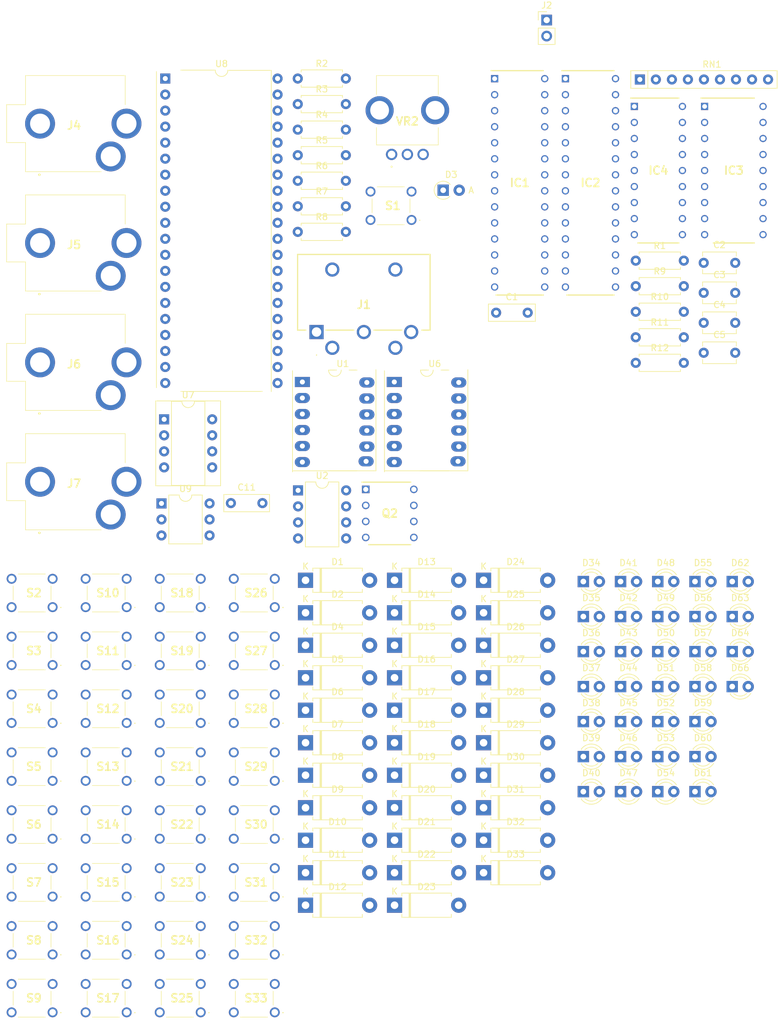
<source format=kicad_pcb>
(kicad_pcb (version 20240108) (generator "pcbnew") (generator_version "8.0")
  (layers (0 "F.Cu" signal) (31 "B.Cu" signal) (34 "B.Paste" user) (35 "F.Paste" user) (36 "B.SilkS" user "B.Silkscreen") (37 "F.SilkS" user "F.Silkscreen") (38 "B.Mask" user) (39 "F.Mask" user) (44 "Edge.Cuts" user))
  (net 0 "")
  (net 1 "GNDD")
  (net 2 "D+MCP_RESET")
  (net 3 "D+3.3V")
  (net 4 "D+5V")
  (net 5 "Net-(U2A-+)")
  (net 6 "Net-(D1-A)")
  (net 7 "/SwitchMatrix/SwCol0")
  (net 8 "/SwitchMatrix/SwCol1")
  (net 9 "Net-(D2-A)")
  (net 10 "Net-(D3-K)")
  (net 11 "Net-(D3-A)")
  (net 12 "/SwitchMatrix/SwCol2")
  (net 13 "Net-(D4-A)")
  (net 14 "/SwitchMatrix/SwCol3")
  (net 15 "Net-(D5-A)")
  (net 16 "Net-(D6-A)")
  (net 17 "/SwitchMatrix/SwCol4")
  (net 18 "Net-(D7-A)")
  (net 19 "/SwitchMatrix/SwCol5")
  (net 20 "Net-(D8-A)")
  (net 21 "/SwitchMatrix/SwCol6")
  (net 22 "/SwitchMatrix/SwCol7")
  (net 23 "Net-(D9-A)")
  (net 24 "Net-(D10-A)")
  (net 25 "Net-(D11-A)")
  (net 26 "Net-(D12-A)")
  (net 27 "Net-(D13-A)")
  (net 28 "Net-(D14-A)")
  (net 29 "Net-(D15-A)")
  (net 30 "Net-(D16-A)")
  (net 31 "Net-(D17-A)")
  (net 32 "Net-(D18-A)")
  (net 33 "Net-(D19-A)")
  (net 34 "Net-(D20-A)")
  (net 35 "Net-(D21-A)")
  (net 36 "Net-(D22-A)")
  (net 37 "Net-(D23-A)")
  (net 38 "Net-(D24-A)")
  (net 39 "Net-(D25-A)")
  (net 40 "Net-(D26-A)")
  (net 41 "Net-(D27-A)")
  (net 42 "Net-(D28-A)")
  (net 43 "Net-(D29-A)")
  (net 44 "Net-(D30-A)")
  (net 45 "Net-(D31-A)")
  (net 46 "Net-(D32-A)")
  (net 47 "Net-(D33-A)")
  (net 48 "/LEDMatrix/LedCol1")
  (net 49 "/LEDMatrix/LedRow0")
  (net 50 "/LEDMatrix/LedCol2")
  (net 51 "/LEDMatrix/LedCol3")
  (net 52 "/LEDMatrix/LedCol4")
  (net 53 "/LEDMatrix/LedCol5")
  (net 54 "/LEDMatrix/LedCol6")
  (net 55 "/LEDMatrix/LedCol7")
  (net 56 "/LEDMatrix/LedCol0")
  (net 57 "/LEDMatrix/LedRow1")
  (net 58 "/LEDMatrix/LedRow2")
  (net 59 "/LEDMatrix/LedRow3")
  (net 60 "/SwitchBox/SwRow0")
  (net 61 "/SwitchBox/SwRow3")
  (net 62 "/SwitchBox/SwCol2")
  (net 63 "/SwitchBox/SwCol4")
  (net 64 "Net-(IC1-GPA4)")
  (net 65 "/SwitchBox/SwRow1")
  (net 69 "/SwitchBox/SwCol6")
  (net 70 "D_I2C_SDA")
  (net 71 "/SwitchBox/SwCol0")
  (net 73 "/SwitchBox/SwCol7")
  (net 74 "Net-(IC1-GPA6)")
  (net 75 "/SwitchBox/SwCol1")
  (net 76 "Net-(IC1-GPA7)")
  (net 77 "/SwitchBox/SwRow2")
  (net 78 "D_I2C_SCL")
  (net 79 "/SwitchBox/SwCol3")
  (net 80 "/SwitchBox/SwCol5")
  (net 81 "Net-(IC1-GPA5)")
  (net 83 "/SwitchBox/LED_A2")
  (net 84 "/SwitchBox/LED_B6")
  (net 85 "/SwitchBox/LED_B5")
  (net 86 "/SwitchBox/LED_B7")
  (net 88 "/SwitchBox/LED_B4")
  (net 89 "/SwitchBox/LED_A1")
  (net 91 "/SwitchBox/LED_B1")
  (net 96 "/SwitchBox/LED_A3")
  (net 98 "/SwitchBox/LED_B0")
  (net 99 "/SwitchBox/LED_B3")
  (net 100 "/SwitchBox/LED_A0")
  (net 101 "/SwitchBox/LED_B2")
  (net 102 "/SwitchBox/LedCol7")
  (net 103 "/SwitchBox/LedCol1")
  (net 104 "/SwitchBox/LedCol4")
  (net 105 "/SwitchBox/LedCol6")
  (net 106 "/SwitchBox/LedCol3")
  (net 107 "/SwitchBox/LedCol2")
  (net 108 "/SwitchBox/LedCol5")
  (net 109 "/SwitchBox/LedCol0")
  (net 110 "Net-(IC4-O3)")
  (net 113 "Net-(IC4-O1)")
  (net 114 "Net-(IC4-O4)")
  (net 115 "Net-(IC4-O2)")
  (net 126 "Net-(J1-Pad4)")
  (net 129 "A+CV")
  (net 131 "A+GATE")
  (net 132 "A+SyncOut")
  (net 135 "A+SyncIn")
  (net 137 "D+5V_MIDIRX")
  (net 140 "/SwitchBox/LedRow0")
  (net 141 "D+CV_PWM")
  (net 142 "Net-(U2B--)")
  (net 143 "/SwitchBox/LedRow1")
  (net 144 "/SwitchBox/LedRow2")
  (net 145 "/SwitchBox/LedRow3")
  (net 146 "pico_RUN")
  (net 147 "/SwitchMatrix/SwRow0")
  (net 148 "/SwitchMatrix/SwRow1")
  (net 149 "/SwitchMatrix/SwRow2")
  (net 150 "/SwitchMatrix/SwRow3")
  (net 151 "D+GATE")
  (net 152 "D+SyncOut")
  (net 153 "A-ACC")
  (net 154 "A+SLIDE")
  (net 155 "D+SLIDE")
  (net 156 "D-ACC")
  (net 157 "Net-(U2A--)")
  (net 160 "D+3.3V_MIDIRX")
  (net 161 "D+SyncIn")
  (net 174 "Net-(U8-VBUS)")
  (net 175 "Net-(U8-VSYS)")
  (net 187 "A+TEMPO")
  (footprint "SamacSys_Parts:MJ3536N" (layer "F.Cu") (at 70.591 54.335)
    (property "Reference" "J5" (at 0 0 0) (layer "F.SilkS") (effects (font (size 1.27 1.27) (thickness 0.254))))
    (property "Value" "MJ-3536N" (hide yes))
    (pad "1" thru_hole circle (at -5.386 -0.29) (size 4.743 4.743) (drill 3.1623) (layers "*.Cu" "*.Mask") (net 1 "GNDD"))
    (pad "2" thru_hole circle (at 8.314 -0.29) (size 4.743 4.743) (drill 3.1623) (layers "*.Cu" "*.Mask") (net 131 "A+GATE"))
    (pad "3" thru_hole circle (at 5.814 4.91) (size 4.743 4.743) (drill 3.1623) (layers "*.Cu" "*.Mask"))
  )
  (footprint "LED_THT:LED_D3.0mm" (layer "F.Cu") (at 169.01 107.7)
    (property "Reference" "D55" (at 1.27 -2.96 0) (layer "F.SilkS"))
    (property "Value" "LED")
    (pad "1" thru_hole rect (at 0 0) (size 1.8 1.8) (drill 0.9) (layers "*.Cu" "*.Mask") (net 54 "/LEDMatrix/LedCol6"))
    (pad "2" thru_hole circle (at 2.54 0) (size 1.8 1.8) (drill 0.9) (layers "*.Cu" "*.Mask") (net 58 "/LEDMatrix/LedRow2"))
  )
  (footprint "SamacSys_Parts:Raspberry Pi Pico DIP-40_W17.76mm" (layer "F.Cu") (at 93.95 27.68)
    (property "Reference" "U8" (at 0.02 -2.03 0) (layer "F.SilkS"))
    (property "Value" "Raspberry Pi Pico DIP-40")
    (pad "1" thru_hole rect (at -8.9 0.3) (size 1.6 1.6) (drill 0.8) (layers "*.Cu" "*.Mask"))
    (pad "2" thru_hole oval (at -8.9 2.84) (size 1.6 1.6) (drill 0.8) (layers "*.Cu" "*.Mask"))
    (pad "3" thru_hole oval (at -8.9 5.38) (size 1.6 1.6) (drill 0.8) (layers "*.Cu" "*.Mask") (net 1 "GNDD"))
    (pad "4" thru_hole oval (at -8.9 7.92) (size 1.6 1.6) (drill 0.8) (layers "*.Cu" "*.Mask"))
    (pad "5" thru_hole oval (at -8.9 10.46) (size 1.6 1.6) (drill 0.8) (layers "*.Cu" "*.Mask"))
    (pad "6" thru_hole oval (at -8.9 13) (size 1.6 1.6) (drill 0.8) (layers "*.Cu" "*.Mask") (net 70 "D_I2C_SDA"))
    (pad "7" thru_hole oval (at -8.9 15.54) (size 1.6 1.6) (drill 0.8) (layers "*.Cu" "*.Mask") (net 78 "D_I2C_SCL"))
    (pad "8" thru_hole oval (at -8.9 18.08) (size 1.6 1.6) (drill 0.8) (layers "*.Cu" "*.Mask") (net 1 "GNDD"))
    (pad "9" thru_hole oval (at -8.9 20.62) (size 1.6 1.6) (drill 0.8) (layers "*.Cu" "*.Mask"))
    (pad "10" thru_hole oval (at -8.9 23.16) (size 1.6 1.6) (drill 0.8) (layers "*.Cu" "*.Mask"))
    (pad "11" thru_hole oval (at -8.9 25.7) (size 1.6 1.6) (drill 0.8) (layers "*.Cu" "*.Mask"))
    (pad "12" thru_hole oval (at -8.9 28.24) (size 1.6 1.6) (drill 0.8) (layers "*.Cu" "*.Mask"))
    (pad "13" thru_hole oval (at -8.9 30.78) (size 1.6 1.6) (drill 0.8) (layers "*.Cu" "*.Mask") (net 1 "GNDD"))
    (pad "14" thru_hole oval (at -8.9 33.32) (size 1.6 1.6) (drill 0.8) (layers "*.Cu" "*.Mask"))
    (pad "15" thru_hole oval (at -8.9 35.86) (size 1.6 1.6) (drill 0.8) (layers "*.Cu" "*.Mask"))
    (pad "16" thru_hole oval (at -8.9 38.4) (size 1.6 1.6) (drill 0.8) (layers "*.Cu" "*.Mask") (net 160 "D+3.3V_MIDIRX"))
    (pad "17" thru_hole oval (at -8.9 40.94) (size 1.6 1.6) (drill 0.8) (layers "*.Cu" "*.Mask"))
    (pad "18" thru_hole oval (at -8.9 43.48) (size 1.6 1.6) (drill 0.8) (layers "*.Cu" "*.Mask") (net 1 "GNDD"))
    (pad "19" thru_hole oval (at -8.9 46.02) (size 1.6 1.6) (drill 0.8) (layers "*.Cu" "*.Mask"))
    (pad "20" thru_hole oval (at -8.9 48.56) (size 1.6 1.6) (drill 0.8) (layers "*.Cu" "*.Mask"))
    (pad "21" thru_hole oval (at 8.9 48.56) (size 1.6 1.6) (drill 0.8) (layers "*.Cu" "*.Mask") (net 161 "D+SyncIn"))
    (pad "22" thru_hole oval (at 8.9 46.02) (size 1.6 1.6) (drill 0.8) (layers "*.Cu" "*.Mask") (net 152 "D+SyncOut"))
    (pad "23" thru_hole oval (at 8.9 43.48) (size 1.6 1.6) (drill 0.8) (layers "*.Cu" "*.Mask") (net 1 "GNDD"))
    (pad "24" thru_hole oval (at 8.9 40.94) (size 1.6 1.6) (drill 0.8) (layers "*.Cu" "*.Mask") (net 151 "D+GATE"))
    (pad "25" thru_hole oval (at 8.9 38.4) (size 1.6 1.6) (drill 0.8) (layers "*.Cu" "*.Mask") (net 156 "D-ACC"))
    (pad "26" thru_hole oval (at 8.9 35.86) (size 1.6 1.6) (drill 0.8) (layers "*.Cu" "*.Mask") (net 155 "D+SLIDE"))
    (pad "27" thru_hole oval (at 8.9 33.32) (size 1.6 1.6) (drill 0.8) (layers "*.Cu" "*.Mask") (net 141 "D+CV_PWM"))
    (pad "28" thru_hole oval (at 8.9 30.78) (size 1.6 1.6) (drill 0.8) (layers "*.Cu" "*.Mask") (net 1 "GNDD"))
    (pad "29" thru_hole oval (at 8.9 28.24) (size 1.6 1.6) (drill 0.8) (layers "*.Cu" "*.Mask"))
    (pad "30" thru_hole oval (at 8.9 25.7) (size 1.6 1.6) (drill 0.8) (layers "*.Cu" "*.Mask") (net 146 "pico_RUN"))
    (pad "31" thru_hole oval (at 8.9 23.16) (size 1.6 1.6) (drill 0.8) (layers "*.Cu" "*.Mask") (net 187 "A+TEMPO"))
    (pad "32" thru_hole oval (at 8.9 20.62) (size 1.6 1.6) (drill 0.8) (layers "*.Cu" "*.Mask"))
    (pad "33" thru_hole oval (at 8.9 18.08) (size 1.6 1.6) (drill 0.8) (layers "*.Cu" "*.Mask") (net 1 "GNDD"))
    (pad "34" thru_hole oval (at 8.9 15.54) (size 1.6 1.6) (drill 0.8) (layers "*.Cu" "*.Mask"))
    (pad "35" thru_hole oval (at 8.9 13) (size 1.6 1.6) (drill 0.8) (layers "*.Cu" "*.Mask"))
    (pad "36" thru_hole oval (at 8.9 10.46) (size 1.6 1.6) (drill 0.8) (layers "*.Cu" "*.Mask") (net 3 "D+3.3V"))
    (pad "37" thru_hole oval (at 8.9 7.92) (size 1.6 1.6) (drill 0.8) (layers "*.Cu" "*.Mask"))
    (pad "38" thru_hole oval (at 8.9 5.38) (size 1.6 1.6) (drill 0.8) (layers "*.Cu" "*.Mask") (net 1 "GNDD"))
    (pad "39" thru_hole oval (at 8.9 2.84) (size 1.6 1.6) (drill 0.8) (layers "*.Cu" "*.Mask") (net 175 "Net-(U8-VSYS)"))
    (pad "40" thru_hole oval (at 8.9 0.3) (size 1.6 1.6) (drill 0.8) (layers "*.Cu" "*.Mask") (net 174 "Net-(U8-VBUS)"))
  )
  (footprint "Capacitor_THT:C_Disc_D5.1mm_W3.2mm_P5.00mm" (layer "F.Cu") (at 170.39 57.19)
    (property "Reference" "C2" (at 2.5 -2.85 0) (layer "F.SilkS"))
    (property "Value" "0.1uF PC")
    (pad "1" thru_hole circle (at 0 0) (size 1.6 1.6) (drill 0.8) (layers "*.Cu" "*.Mask") (net 3 "D+3.3V"))
    (pad "2" thru_hole circle (at 5 0) (size 1.6 1.6) (drill 0.8) (layers "*.Cu" "*.Mask") (net 1 "GNDD"))
  )
  (footprint "LED_THT:LED_D3.0mm" (layer "F.Cu") (at 163.11 129.9)
    (property "Reference" "D52" (at 1.27 -2.96 0) (layer "F.SilkS"))
    (property "Value" "LED")
    (pad "1" thru_hole rect (at 0 0) (size 1.8 1.8) (drill 0.9) (layers "*.Cu" "*.Mask") (net 51 "/LEDMatrix/LedCol3"))
    (pad "2" thru_hole circle (at 2.54 0) (size 1.8 1.8) (drill 0.9) (layers "*.Cu" "*.Mask") (net 58 "/LEDMatrix/LedRow2"))
  )
  (footprint "LED_THT:LED_D3.0mm" (layer "F.Cu") (at 174.91 107.7)
    (property "Reference" "D62" (at 1.27 -2.96 0) (layer "F.SilkS"))
    (property "Value" "LED")
    (pad "1" thru_hole rect (at 0 0) (size 1.8 1.8) (drill 0.9) (layers "*.Cu" "*.Mask") (net 53 "/LEDMatrix/LedCol5"))
    (pad "2" thru_hole circle (at 2.54 0) (size 1.8 1.8) (drill 0.9) (layers "*.Cu" "*.Mask") (net 59 "/LEDMatrix/LedRow3"))
  )
  (footprint "LED_THT:LED_D3.0mm" (layer "F.Cu") (at 157.21 124.35)
    (property "Reference" "D44" (at 1.27 -2.96 0) (layer "F.SilkS"))
    (property "Value" "LED")
    (pad "1" thru_hole rect (at 0 0) (size 1.8 1.8) (drill 0.9) (layers "*.Cu" "*.Mask") (net 51 "/LEDMatrix/LedCol3"))
    (pad "2" thru_hole circle (at 2.54 0) (size 1.8 1.8) (drill 0.9) (layers "*.Cu" "*.Mask") (net 57 "/LEDMatrix/LedRow1"))
  )
  (footprint "Diode_THT:D_DO-15_P10.16mm_Horizontal" (layer "F.Cu") (at 135.5 133.25)
    (property "Reference" "D29" (at 5.08 -2.92 0) (layer "F.SilkS"))
    (property "Value" "D")
    (fp_text user "K" (at 0 -2.2 0) (layer "F.SilkS"))
    (pad "1" thru_hole rect (at 0 0) (size 2.4 2.4) (drill 1.2) (layers "*.Cu" "*.Mask") (net 14 "/SwitchMatrix/SwCol3"))
    (pad "2" thru_hole oval (at 10.16 0) (size 2.4 2.4) (drill 1.2) (layers "*.Cu" "*.Mask") (net 43 "Net-(D29-A)"))
  )
  (footprint "SamacSys_Parts:B3F1060" (layer "F.Cu") (at 64.618 118.686)
    (property "Reference" "S3" (at -0.394 0 0) (layer "F.SilkS") (effects (font (size 1.27 1.27) (thickness 0.254))))
    (property "Value" "B3F-1000S" (hide yes))
    (pad "1" thru_hole circle (at 2.575 2.25) (size 1.575 1.575) (drill 1.05) (layers "*.Cu" "*.Mask") (net 147 "/SwitchMatrix/SwRow0"))
    (pad "2" thru_hole circle (at -3.925 2.25) (size 1.575 1.575) (drill 1.05) (layers "*.Cu" "*.Mask") (net 147 "/SwitchMatrix/SwRow0"))
    (pad "3" thru_hole circle (at 2.575 -2.25) (size 1.575 1.575) (drill 1.05) (layers "*.Cu" "*.Mask") (net 9 "Net-(D2-A)"))
    (pad "4" thru_hole circle (at -3.925 -2.25) (size 1.575 1.575) (drill 1.05) (layers "*.Cu" "*.Mask") (net 9 "Net-(D2-A)"))
  )
  (footprint "Diode_THT:D_DO-15_P10.16mm_Horizontal" (layer "F.Cu") (at 107.28 159)
    (property "Reference" "D12" (at 5.08 -2.92 0) (layer "F.SilkS"))
    (property "Value" "D")
    (fp_text user "K" (at 0 -2.2 0) (layer "F.SilkS"))
    (pad "1" thru_hole rect (at 0 0) (size 2.4 2.4) (drill 1.2) (layers "*.Cu" "*.Mask") (net 12 "/SwitchMatrix/SwCol2"))
    (pad "2" thru_hole oval (at 10.16 0) (size 2.4 2.4) (drill 1.2) (layers "*.Cu" "*.Mask") (net 26 "Net-(D12-A)"))
  )
  (footprint "LED_THT:LED_D3.0mm" (layer "F.Cu") (at 163.11 124.35)
    (property "Reference" "D51" (at 1.27 -2.96 0) (layer "F.SilkS"))
    (property "Value" "LED")
    (pad "1" thru_hole rect (at 0 0) (size 1.8 1.8) (drill 0.9) (layers "*.Cu" "*.Mask") (net 50 "/LEDMatrix/LedCol2"))
    (pad "2" thru_hole circle (at 2.54 0) (size 1.8 1.8) (drill 0.9) (layers "*.Cu" "*.Mask") (net 58 "/LEDMatrix/LedRow2"))
  )
  (footprint "LED_THT:LED_D3.0mm" (layer "F.Cu") (at 169.01 124.35)
    (property "Reference" "D58" (at 1.27 -2.96 0) (layer "F.SilkS"))
    (property "Value" "LED")
    (pad "1" thru_hole rect (at 0 0) (size 1.8 1.8) (drill 0.9) (layers "*.Cu" "*.Mask") (net 48 "/LEDMatrix/LedCol1"))
    (pad "2" thru_hole circle (at 2.54 0) (size 1.8 1.8) (drill 0.9) (layers "*.Cu" "*.Mask") (net 59 "/LEDMatrix/LedRow3"))
  )
  (footprint "LED_THT:LED_D3.0mm" (layer "F.Cu") (at 169.01 118.8)
    (property "Reference" "D57" (at 1.27 -2.96 0) (layer "F.SilkS"))
    (property "Value" "LED")
    (pad "1" thru_hole rect (at 0 0) (size 1.8 1.8) (drill 0.9) (layers "*.Cu" "*.Mask") (net 56 "/LEDMatrix/LedCol0"))
    (pad "2" thru_hole circle (at 2.54 0) (size 1.8 1.8) (drill 0.9) (layers "*.Cu" "*.Mask") (net 59 "/LEDMatrix/LedRow3"))
  )
  (footprint "LED_THT:LED_D3.0mm" (layer "F.Cu") (at 163.11 113.25)
    (property "Reference" "D49" (at 1.27 -2.96 0) (layer "F.SilkS"))
    (property "Value" "LED")
    (pad "1" thru_hole rect (at 0 0) (size 1.8 1.8) (drill 0.9) (layers "*.Cu" "*.Mask") (net 56 "/LEDMatrix/LedCol0"))
    (pad "2" thru_hole circle (at 2.54 0) (size 1.8 1.8) (drill 0.9) (layers "*.Cu" "*.Mask") (net 58 "/LEDMatrix/LedRow2"))
  )
  (footprint "Resistor_THT:R_Axial_DIN0207_L6.3mm_D2.5mm_P7.62mm_Horizontal" (layer "F.Cu") (at 159.62 68.99)
    (property "Reference" "R11" (at 3.81 -2.37 0) (layer "F.SilkS"))
    (property "Value" "1K")
    (pad "1" thru_hole circle (at 0 0) (size 1.6 1.6) (drill 0.8) (layers "*.Cu" "*.Mask") (net 114 "Net-(IC4-O4)"))
    (pad "2" thru_hole oval (at 7.62 0) (size 1.6 1.6) (drill 0.8) (layers "*.Cu" "*.Mask") (net 145 "/SwitchBox/LedRow3"))
  )
  (footprint "Connector_PinHeader_2.54mm:PinHeader_1x02_P2.54mm_Vertical" (layer "F.Cu") (at 145.5 18.71)
    (property "Reference" "J2" (at 0 -2.33 0) (layer "F.SilkS"))
    (property "Value" "Conn_01x02_Socket")
    (pad "1" thru_hole rect (at 0 0) (size 1.7 1.7) (drill 1) (layers "*.Cu" "*.Mask") (net 4 "D+5V"))
    (pad "2" thru_hole oval (at 0 2.54) (size 1.7 1.7) (drill 1) (layers "*.Cu" "*.Mask") (net 1 "GNDD"))
  )
  (footprint "SamacSys_Parts:B3F1060" (layer "F.Cu") (at 99.832 173.73)
    (property "Reference" "S33" (at -0.394 0 0) (layer "F.SilkS") (effects (font (size 1.27 1.27) (thickness 0.254))))
    (property "Value" "B3F-1000S" (hide yes))
    (pad "1" thru_hole circle (at 2.575 2.25) (size 1.575 1.575) (drill 1.05) (layers "*.Cu" "*.Mask") (net 150 "/SwitchMatrix/SwRow3"))
    (pad "2" thru_hole circle (at -3.925 2.25) (size 1.575 1.575) (drill 1.05) (layers "*.Cu" "*.Mask") (net 150 "/SwitchMatrix/SwRow3"))
    (pad "3" thru_hole circle (at 2.575 -2.25) (size 1.575 1.575) (drill 1.05) (layers "*.Cu" "*.Mask") (net 47 "Net-(D33-A)"))
    (pad "4" thru_hole circle (at -3.925 -2.25) (size 1.575 1.575) (drill 1.05) (layers "*.Cu" "*.Mask") (net 47 "Net-(D33-A)"))
  )
  (footprint "Resistor_THT:R_Axial_DIN0207_L6.3mm_D2.5mm_P7.62mm_Horizontal" (layer "F.Cu") (at 106.05 36.08)
    (property "Reference" "R4" (at 3.81 -2.37 0) (layer "F.SilkS"))
    (property "Value" "5.1K")
    (pad "1" thru_hole circle (at 0 0) (size 1.6 1.6) (drill 0.8) (layers "*.Cu" "*.Mask") (net 142 "Net-(U2B--)"))
    (pad "2" thru_hole oval (at 7.62 0) (size 1.6 1.6) (drill 0.8) (layers "*.Cu" "*.Mask") (net 129 "A+CV"))
  )
  (footprint "Diode_THT:D_DO-15_P10.16mm_Horizontal" (layer "F.Cu") (at 107.28 122.95)
    (property "Reference" "D5" (at 5.08 -2.92 0) (layer "F.SilkS"))
    (property "Value" "D")
    (fp_text user "K" (at 0 -2.2 0) (layer "F.SilkS"))
    (pad "1" thru_hole rect (at 0 0) (size 2.4 2.4) (drill 1.2) (layers "*.Cu" "*.Mask") (net 14 "/SwitchMatrix/SwCol3"))
    (pad "2" thru_hole oval (at 10.16 0) (size 2.4 2.4) (drill 1.2) (layers "*.Cu" "*.Mask") (net 15 "Net-(D5-A)"))
  )
  (footprint "SamacSys_Parts:B3F1060" (layer "F.Cu") (at 64.618 164.556)
    (property "Reference" "S8" (at -0.394 0 0) (layer "F.SilkS") (effects (font (size 1.27 1.27) (thickness 0.254))))
    (property "Value" "B3F-1000S" (hide yes))
    (pad "1" thru_hole circle (at 2.575 2.25) (size 1.575 1.575) (drill 1.05) (layers "*.Cu" "*.Mask") (net 147 "/SwitchMatrix/SwRow0"))
    (pad "2" thru_hole circle (at -3.925 2.25) (size 1.575 1.575) (drill 1.05) (layers "*.Cu" "*.Mask") (net 147 "/SwitchMatrix/SwRow0"))
    (pad "3" thru_hole circle (at 2.575 -2.25) (size 1.575 1.575) (drill 1.05) (layers "*.Cu" "*.Mask") (net 20 "Net-(D8-A)"))
    (pad "4" thru_hole circle (at -3.925 -2.25) (size 1.575 1.575) (drill 1.05) (layers "*.Cu" "*.Mask") (net 20 "Net-(D8-A)"))
  )
  (footprint "SamacSys_Parts:MJ3536N" (layer "F.Cu") (at 70.591 92.175)
    (property "Reference" "J7" (at 0 0 0) (layer "F.SilkS") (effects (font (size 1.27 1.27) (thickness 0.254))))
    (property "Value" "MJ-3536N" (hide yes))
    (pad "1" thru_hole circle (at -5.386 -0.29) (size 4.743 4.743) (drill 3.1623) (layers "*.Cu" "*.Mask") (net 1 "GNDD"))
    (pad "2" thru_hole circle (at 8.314 -0.29) (size 4.743 4.743) (drill 3.1623) (layers "*.Cu" "*.Mask") (net 135 "A+SyncIn"))
    (pad "3" thru_hole circle (at 5.814 4.91) (size 4.743 4.743) (drill 3.1623) (layers "*.Cu" "*.Mask"))
  )
  (footprint "Diode_THT:D_DO-15_P10.16mm_Horizontal" (layer "F.Cu") (at 135.5 148.7)
    (property "Reference" "D32" (at 5.08 -2.92 0) (layer "F.SilkS"))
    (property "Value" "D")
    (fp_text user "K" (at 0 -2.2 0) (layer "F.SilkS"))
    (pad "1" thru_hole rect (at 0 0) (size 2.4 2.4) (drill 1.2) (layers "*.Cu" "*.Mask") (net 21 "/SwitchMatrix/SwCol6"))
    (pad "2" thru_hole oval (at 10.16 0) (size 2.4 2.4) (drill 1.2) (layers "*.Cu" "*.Mask") (net 46 "Net-(D32-A)"))
  )
  (footprint "SamacSys_Parts:CERDIP-14_W10.16mm_SideBrazed_LongPads_Socket" (layer "F.Cu") (at 111.9 76.01)
    (property "Reference" "U1" (at 1.29 -2.825 0) (layer "F.SilkS"))
    (property "Value" "AE-LCNV4-MOSFET")
    (pad "1" thru_hole rect (at -5.12 0.06) (size 2.4 1.6) (drill 0.8) (layers "*.Cu" "*.Mask") (net 131 "A+GATE"))
    (pad "2" thru_hole oval (at -5.12 2.6) (size 2.4 1.6) (drill 0.8) (layers "*.Cu" "*.Mask") (net 154 "A+SLIDE"))
    (pad "3" thru_hole oval (at -5.12 5.14) (size 2.4 1.6) (drill 0.8) (layers "*.Cu" "*.Mask") (net 1 "GNDD"))
    (pad "4" thru_hole oval (at -5.12 7.68) (size 2.4 1.6) (drill 0.8) (layers "*.Cu" "*.Mask") (net 4 "D+5V"))
    (pad "5" thru_hole oval (at -5.12 10.22) (size 2.4 1.6) (drill 0.8) (layers "*.Cu" "*.Mask") (net 153 "A-ACC"))
    (pad "6" thru_hole oval (at -5.12 12.76) (size 2.4 1.6) (drill 0.8) (layers "*.Cu" "*.Mask") (net 132 "A+SyncOut"))
    (pad "7" thru_hole oval (at 4.98 12.64) (size 2.4 1.6) (drill 0.8) (layers "*.Cu" "*.Mask") (net 152 "D+SyncOut"))
    (pad "8" thru_hole oval (at 5.1 10.3) (size 2.4 1.6) (drill 0.8) (layers "*.Cu" "*.Mask") (net 156 "D-ACC"))
    (pad "9" thru_hole oval (at 5.1 7.76) (size 2.4 1.6) (drill 0.8) (layers "*.Cu" "*.Mask") (net 3 "D+3.3V"))
    (pad "10" thru_hole oval (at 5.1 5.22) (size 2.4 1.6) (drill 0.8) (layers "*.Cu" "*.Mask") (net 1 "GNDD"))
    (pad "11" thru_hole oval (at 5.1 2.68) (size 2.4 1.6) (drill 0.8) (layers "*.Cu" "*.Mask") (net 155 "D+SLIDE"))
    (pad "12" thru_hole oval (at 5.1 0.14) (size 2.4 1.6) (drill 0.8) (layers "*.Cu" "*.Mask") (net 151 "D+GATE"))
  )
  (footprint "Diode_THT:D_DO-15_P10.16mm_Horizontal" (layer "F.Cu") (at 107.28 128.1)
    (property "Reference" "D6" (at 5.08 -2.92 0) (layer "F.SilkS"))
    (property "Value" "D")
    (fp_text user "K" (at 0 -2.2 0) (layer "F.SilkS"))
    (pad "1" thru_hole rect (at 0 0) (size 2.4 2.4) (drill 1.2) (layers "*.Cu" "*.Mask") (net 17 "/SwitchMatrix/SwCol4"))
    (pad "2" thru_hole oval (at 10.16 0) (size 2.4 2.4) (drill 1.2) (layers "*.Cu" "*.Mask") (net 16 "Net-(D6-A)"))
  )
  (footprint "SamacSys_Parts:B3F1060" (layer "F.Cu") (at 76.356 146.208)
    (property "Reference" "S14" (at -0.394 0 0) (layer "F.SilkS") (effects (font (size 1.27 1.27) (thickness 0.254))))
    (property "Value" "B3F-1000S" (hide yes))
    (pad "1" thru_hole circle (at 2.575 2.25) (size 1.575 1.575) (drill 1.05) (layers "*.Cu" "*.Mask") (net 148 "/SwitchMatrix/SwRow1"))
    (pad "2" thru_hole circle (at -3.925 2.25) (size 1.575 1.575) (drill 1.05) (layers "*.Cu" "*.Mask") (net 148 "/SwitchMatrix/SwRow1"))
    (pad "3" thru_hole circle (at 2.575 -2.25) (size 1.575 1.575) (drill 1.05) (layers "*.Cu" "*.Mask") (net 28 "Net-(D14-A)"))
    (pad "4" thru_hole circle (at -3.925 -2.25) (size 1.575 1.575) (drill 1.05) (layers "*.Cu" "*.Mask") (net 28 "Net-(D14-A)"))
  )
  (footprint "SamacSys_Parts:MJ3536N" (layer "F.Cu") (at 70.591 35.415)
    (property "Reference" "J4" (at 0 0 0) (layer "F.SilkS") (effects (font (size 1.27 1.27) (thickness 0.254))))
    (property "Value" "MJ-3536N" (hide yes))
    (pad "1" thru_hole circle (at -5.386 -0.29) (size 4.743 4.743) (drill 3.1623) (layers "*.Cu" "*.Mask") (net 1 "GNDD"))
    (pad "2" thru_hole circle (at 8.314 -0.29) (size 4.743 4.743) (drill 3.1623) (layers "*.Cu" "*.Mask") (net 129 "A+CV"))
    (pad "3" thru_hole circle (at 5.814 4.91) (size 4.743 4.743) (drill 3.1623) (layers "*.Cu" "*.Mask"))
  )
  (footprint "LED_THT:LED_D3.0mm" (layer "F.Cu") (at 151.31 135.45)
    (property "Reference" "D39" (at 1.27 -2.96 0) (layer "F.SilkS"))
    (property "Value" "LED")
    (pad "1" thru_hole rect (at 0 0) (size 1.8 1.8) (drill 0.9) (layers "*.Cu" "*.Mask") (net 54 "/LEDMatrix/LedCol6"))
    (pad "2" thru_hole circle (at 2.54 0) (size 1.8 1.8) (drill 0.9) (layers "*.Cu" "*.Mask") (net 49 "/LEDMatrix/LedRow0"))
  )
  (footprint "Diode_THT:D_DO-15_P10.16mm_Horizontal" (layer "F.Cu") (at 135.5 143.55)
    (property "Reference" "D31" (at 5.08 -2.92 0) (layer "F.SilkS"))
    (property "Value" "D")
    (fp_text user "K" (at 0 -2.2 0) (layer "F.SilkS"))
    (pad "1" thru_hole rect (at 0 0) (size 2.4 2.4) (drill 1.2) (layers "*.Cu" "*.Mask") (net 19 "/SwitchMatrix/SwCol5"))
    (pad "2" thru_hole oval (at 10.16 0) (size 2.4 2.4) (drill 1.2) (layers "*.Cu" "*.Mask") (net 45 "Net-(D31-A)"))
  )
  (footprint "LED_THT:LED_D3.0mm" (layer "F.Cu") (at 163.11 107.7)
    (property "Reference" "D48" (at 1.27 -2.96 0) (layer "F.SilkS"))
    (property "Value" "LED")
    (pad "1" thru_hole rect (at 0 0) (size 1.8 1.8) (drill 0.9) (layers "*.Cu" "*.Mask") (net 55 "/LEDMatrix/LedCol7"))
    (pad "2" thru_hole circle (at 2.54 0) (size 1.8 1.8) (drill 0.9) (layers "*.Cu" "*.Mask") (net 57 "/LEDMatrix/LedRow1"))
  )
  (footprint "Diode_THT:D_DO-15_P10.16mm_Horizontal" (layer "F.Cu") (at 135.5 107.5)
    (property "Reference" "D24" (at 5.08 -2.92 0) (layer "F.SilkS"))
    (property "Value" "D")
    (fp_text user "K" (at 0 -2.2 0) (layer "F.SilkS"))
    (pad "1" thru_hole rect (at 0 0) (size 2.4 2.4) (drill 1.2) (layers "*.Cu" "*.Mask") (net 21 "/SwitchMatrix/SwCol6"))
    (pad "2" thru_hole oval (at 10.16 0) (size 2.4 2.4) (drill 1.2) (layers "*.Cu" "*.Mask") (net 38 "Net-(D24-A)"))
  )
  (footprint "Diode_THT:D_DO-15_P10.16mm_Horizontal" (layer "F.Cu") (at 121.39 107.5)
    (property "Reference" "D13" (at 5.08 -2.92 0) (layer "F.SilkS"))
    (property "Value" "D")
    (fp_text user "K" (at 0 -2.2 0) (layer "F.SilkS"))
    (pad "1" thru_hole rect (at 0 0) (size 2.4 2.4) (drill 1.2) (layers "*.Cu" "*.Mask") (net 14 "/SwitchMatrix/SwCol3"))
    (pad "2" thru_hole oval (at 10.16 0) (size 2.4 2.4) (drill 1.2) (layers "*.Cu" "*.Mask") (net 27 "Net-(D13-A)"))
  )
  (footprint "SamacSys_Parts:RK09D117000B" (layer "F.Cu") (at 120.923 40.005)
    (property "Reference" "VR2" (at 2.5 -5.25 0) (layer "F.SilkS") (effects (font (size 1.27 1.27) (thickness 0.254))))
    (property "Value" "RK09D117000B" (hide yes))
    (pad "1" thru_hole circle (at 0 0) (size 1.8 1.8) (drill 1.2) (layers "*.Cu" "*.Mask") (net 3 "D+3.3V"))
    (pad "2" thru_hole circle (at 2.5 0) (size 1.8 1.8) (drill 1.2) (layers "*.Cu" "*.Mask") (net 187 "A+TEMPO"))
    (pad "3" thru_hole circle (at 5 0) (size 1.8 1.8) (drill 1.2) (layers "*.Cu" "*.Mask") (net 1 "GNDD"))
    (pad "MH1" thru_hole circle (at -1.9 -7) (size 4.455 4.455) (drill 2.97) (layers "*.Cu" "*.Mask") (net 1 "GNDD"))
    (pad "MH2" thru_hole circle (at 6.9 -7) (size 4.455 4.455) (drill 2.97) (layers "*.Cu" "*.Mask") (net 1 "GNDD"))
  )
  (footprint "LED_THT:LED_D3.0mm" (layer "F.Cu") (at 151.31 124.35)
    (property "Reference" "D37" (at 1.27 -2.96 0) (layer "F.SilkS"))
    (property "Value" "LED")
    (pad "1" thru_hole rect (at 0 0) (size 1.8 1.8) (drill 0.9) (layers "*.Cu" "*.Mask") (net 52 "/LEDMatrix/LedCol4"))
    (pad "2" thru_hole circle (at 2.54 0) (size 1.8 1.8) (drill 0.9) (layers "*.Cu" "*.Mask") (net 49 "/LEDMatrix/LedRow0"))
  )
  (footprint "SamacSys_Parts:B3F1060" (layer "F.Cu") (at 88.094 118.686)
    (property "Reference" "S19" (at -0.394 0 0) (layer "F.SilkS") (effects (font (size 1.27 1.27) (thickness 0.254))))
    (property "Value" "B3F-1000S" (hide yes))
    (pad "1" thru_hole circle (at 2.575 2.25) (size 1.575 1.575) (drill 1.05) (layers "*.Cu" "*.Mask") (net 149 "/SwitchMatrix/SwRow2"))
    (pad "2" thru_hole circle (at -3.925 2.25) (size 1.575 1.575) (drill 1.05) (layers "*.Cu" "*.Mask") (net 149 "/SwitchMatrix/SwRow2"))
    (pad "3" thru_hole circle (at 2.575 -2.25) (size 1.575 1.575) (drill 1.05) (layers "*.Cu" "*.Mask") (net 33 "Net-(D19-A)"))
    (pad "4" thru_hole circle (at -3.925 -2.25) (size 1.575 1.575) (drill 1.05) (layers "*.Cu" "*.Mask") (net 33 "Net-(D19-A)"))
  )
  (footprint "Capacitor_THT:C_Rect_L7.0mm_W2.5mm_P5.00mm" (layer "F.Cu") (at 95.45 95.27)
    (property "Reference" "C11" (at 2.5 -2.5 0) (layer "F.SilkS"))
    (property "Value" "0.047uF")
    (pad "1" thru_hole circle (at 0 0) (size 1.6 1.6) (drill 0.8) (layers "*.Cu" "*.Mask") (net 5 "Net-(U2A-+)"))
    (pad "2" thru_hole circle (at 5 0) (size 1.6 1.6) (drill 0.8) (layers "*.Cu" "*.Mask") (net 1 "GNDD"))
  )
  (footprint "SamacSys_Parts:B3F1060" (layer "F.Cu") (at 88.094 155.382)
    (property "Reference" "S23" (at -0.394 0 0) (layer "F.SilkS") (effects (font (size 1.27 1.27) (thickness 0.254))))
    (property "Value" "B3F-1000S" (hide yes))
    (pad "1" thru_hole circle (at 2.575 2.25) (size 1.575 1.575) (drill 1.05) (layers "*.Cu" "*.Mask") (net 149 "/SwitchMatrix/SwRow2"))
    (pad "2" thru_hole circle (at -3.925 2.25) (size 1.575 1.575) (drill 1.05) (layers "*.Cu" "*.Mask") (net 149 "/SwitchMatrix/SwRow2"))
    (pad "3" thru_hole circle (at 2.575 -2.25) (size 1.575 1.575) (drill 1.05) (layers "*.Cu" "*.Mask") (net 37 "Net-(D23-A)"))
    (pad "4" thru_hole circle (at -3.925 -2.25) (size 1.575 1.575) (drill 1.05) (layers "*.Cu" "*.Mask") (net 37 "Net-(D23-A)"))
  )
  (footprint "Diode_THT:D_A-405_P2.54mm_Vertical_AnodeUp" (layer "F.Cu") (at 129.1 45.68)
    (property "Reference" "D3" (at 1.27 -2.47 0) (layer "F.SilkS"))
    (property "Value" "1SS120TD")
    (fp_text user "A" (at 4.44 0 0) (layer "F.SilkS"))
    (pad "1" thru_hole rect (at 0 0) (size 1.8 1.8) (drill 0.9) (layers "*.Cu" "*.Mask") (net 10 "Net-(D3-K)"))
    (pad "2" thru_hole oval (at 2.54 0) (size 1.8 1.8) (drill 0.9) (layers "*.Cu" "*.Mask") (net 11 "Net-(D3-A)"))
  )
  (footprint "LED_THT:LED_D3.0mm" (layer "F.Cu") (at 157.21 118.8)
    (property "Reference" "D43" (at 1.27 -2.96 0) (layer "F.SilkS"))
    (property "Value" "LED")
    (pad "1" thru_hole rect (at 0 0) (size 1.8 1.8) (drill 0.9) (layers "*.Cu" "*.Mask") (net 50 "/LEDMatrix/LedCol2"))
    (pad "2" thru_hole circle (at 2.54 0) (size 1.8 1.8) (drill 0.9) (layers "*.Cu" "*.Mask") (net 57 "/LEDMatrix/LedRow1"))
  )
  (footprint "LED_THT:LED_D3.0mm" (layer "F.Cu") (at 157.21 129.9)
    (property "Reference" "D45" (at 1.27 -2.96 0) (layer "F.SilkS"))
    (property "Value" "LED")
    (pad "1" thru_hole rect (at 0 0) (size 1.8 1.8) (drill 0.9) (layers "*.Cu" "*.Mask") (net 52 "/LEDMatrix/LedCol4"))
    (pad "2" thru_hole circle (at 2.54 0) (size 1.8 1.8) (drill 0.9) (layers "*.Cu" "*.Mask") (net 57 "/LEDMatrix/LedRow1"))
  )
  (footprint "SamacSys_Parts:B3F1060" (layer "F.Cu") (at 99.832 155.382)
    (property "Reference" "S31" (at -0.394 0 0) (layer "F.SilkS") (effects (font (size 1.27 1.27) (thickness 0.254))))
    (property "Value" "B3F-1000S" (hide yes))
    (pad "1" thru_hole circle (at 2.575 2.25) (size 1.575 1.575) (drill 1.05) (layers "*.Cu" "*.Mask") (net 150 "/SwitchMatrix/SwRow3"))
    (pad "2" thru_hole circle (at -3.925 2.25) (size 1.575 1.575) (drill 1.05) (layers "*.Cu" "*.Mask") (net 150 "/SwitchMatrix/SwRow3"))
    (pad "3" thru_hole circle (at 2.575 -2.25) (size 1.575 1.575) (drill 1.05) (layers "*.Cu" "*.Mask") (net 45 "Net-(D31-A)"))
    (pad "4" thru_hole circle (at -3.925 -2.25) (size 1.575 1.575) (drill 1.05) (layers "*.Cu" "*.Mask") (net 45 "Net-(D31-A)"))
  )
  (footprint "SamacSys_Parts:B3F1060" (layer "F.Cu") (at 76.356 118.686)
    (property "Reference" "S11" (at -0.394 0 0) (layer "F.SilkS") (effects (font (size 1.27 1.27) (thickness 0.254))))
    (property "Value" "B3F-1000S" (hide yes))
    (pad "1" thru_hole circle (at 2.575 2.25) (size 1.575 1.575) (drill 1.05) (layers "*.Cu" "*.Mask") (net 148 "/SwitchMatrix/SwRow1"))
    (pad "2" thru_hole circle (at -3.925 2.25) (size 1.575 1.575) (drill 1.05) (layers "*.Cu" "*.Mask") (net 148 "/SwitchMatrix/SwRow1"))
    (pad "3" thru_hole circle (at 2.575 -2.25) (size 1.575 1.575) (drill 1.05) (layers "*.Cu" "*.Mask") (net 25 "Net-(D11-A)"))
    (pad "4" thru_hole circle (at -3.925 -2.25) (size 1.575 1.575) (drill 1.05) (layers "*.Cu" "*.Mask") (net 25 "Net-(D11-A)"))
  )
  (footprint "Diode_THT:D_DO-15_P10.16mm_Horizontal" (layer "F.Cu") (at 107.28 138.4)
    (property "Reference" "D8" (at 5.08 -2.92 0) (layer "F.SilkS"))
    (property "Value" "D")
    (fp_text user "K" (at 0 -2.2 0) (layer "F.SilkS"))
    (pad "1" thru_hole rect (at 0 0) (size 2.4 2.4) (drill 1.2) (layers "*.Cu" "*.Mask") (net 21 "/SwitchMatrix/SwCol6"))
    (pad "2" thru_hole oval (at 10.16 0) (size 2.4 2.4) (drill 1.2) (layers "*.Cu" "*.Mask") (net 20 "Net-(D8-A)"))
  )
  (footprint "Resistor_THT:R_Axial_DIN0207_L6.3mm_D2.5mm_P7.62mm_Horizontal" (layer "F.Cu") (at 106.05 40.13)
    (property "Reference" "R5" (at 3.81 -2.37 0) (layer "F.SilkS"))
    (property "Value" "220")
    (pad "1" thru_hole circle (at 0 0) (size 1.6 1.6) (drill 0.8) (layers "*.Cu" "*.Mask") (net 126 "Net-(J1-Pad4)"))
    (pad "2" thru_hole oval (at 7.62 0) (size 1.6 1.6) (drill 0.8) (layers "*.Cu" "*.Mask") (net 10 "Net-(D3-K)"))
  )
  (footprint "LED_THT:LED_D3.0mm" (layer "F.Cu") (at 151.31 118.8)
    (property "Reference" "D36" (at 1.27 -2.96 0) (layer "F.SilkS"))
    (property "Value" "LED")
    (pad "1" thru_hole rect (at 0 0) (size 1.8 1.8) (drill 0.9) (layers "*.Cu" "*.Mask") (net 51 "/LEDMatrix/LedCol3"))
    (pad "2" thru_hole circle (at 2.54 0) (size 1.8 1.8) (drill 0.9) (layers "*.Cu" "*.Mask") (net 49 "/LEDMatrix/LedRow0"))
  )
  (footprint "Diode_THT:D_DO-15_P10.16mm_Horizontal" (layer "F.Cu") (at 121.39 153.85)
    (property "Reference" "D22" (at 5.08 -2.92 0) (layer "F.SilkS"))
    (property "Value" "D")
    (fp_text user "K" (at 0 -2.2 0) (layer "F.SilkS"))
    (pad "1" thru_hole rect (at 0 0) (size 2.4 2.4) (drill 1.2) (layers "*.Cu" "*.Mask") (net 17 "/SwitchMatrix/SwCol4"))
    (pad "2" thru_hole oval (at 10.16 0) (size 2.4 2.4) (drill 1.2) (layers "*.Cu" "*.Mask") (net 36 "Net-(D22-A)"))
  )
  (footprint "LED_THT:LED_D3.0mm" (layer "F.Cu") (at 169.01 129.9)
    (property "Reference" "D59" (at 1.27 -2.96 0) (layer "F.SilkS"))
    (property "Value" "LED")
    (pad "1" thru_hole rect (at 0 0) (size 1.8 1.8) (drill 0.9) (layers "*.Cu" "*.Mask") (net 50 "/LEDMatrix/LedCol2"))
    (pad "2" thru_hole circle (at 2.54 0) (size 1.8 1.8) (drill 0.9) (layers "*.Cu" "*.Mask") (net 59 "/LEDMatrix/LedRow3"))
  )
  (footprint "SamacSys_Parts:DIP926W55P254L2286H480Q18N" (layer "F.Cu") (at 175.165 42.56)
    (property "Reference" "IC3" (at 0 0 0) (layer "F.SilkS") (effects (font (size 1.27 1.27) (thickness 0.254))))
    (property "Value" "TBD62083APG" (hide yes))
    (pad "1" thru_hole rect (at -4.63 -10.16) (size 1.15 1.15) (drill 0.75) (layers "*.Cu" "*.Mask") (net 98 "/SwitchBox/LED_B0"))
    (pad "2" thru_hole circle (at -4.63 -7.62) (size 1.15 1.15) (drill 0.75) (layers "*.Cu" "*.Mask") (net 91 "/SwitchBox/LED_B1"))
    (pad "3" thru_hole circle (at -4.63 -5.08) (size 1.15 1.15) (drill 0.75) (layers "*.Cu" "*.Mask") (net 101 "/SwitchBox/LED_B2"))
    (pad "4" thru_hole circle (at -4.63 -2.54) (size 1.15 1.15) (drill 0.75) (layers "*.Cu" "*.Mask") (net 99 "/SwitchBox/LED_B3"))
    (pad "5" thru_hole circle (at -4.63 0) (size 1.15 1.15) (drill 0.75) (layers "*.Cu" "*.Mask") (net 88 "/SwitchBox/LED_B4"))
    (pad "6" thru_hole circle (at -4.63 2.54) (size 1.15 1.15) (drill 0.75) (layers "*.Cu" "*.Mask") (net 85 "/SwitchBox/LED_B5"))
    (pad "7" thru_hole circle (at -4.63 5.08) (size 1.15 1.15) (drill 0.75) (layers "*.Cu" "*.Mask") (net 84 "/SwitchBox/LED_B6"))
    (pad "8" thru_hole circle (at -4.63 7.62) (size 1.15 1.15) (drill 0.75) (layers "*.Cu" "*.Mask") (net 86 "/SwitchBox/LED_B7"))
    (pad "9" thru_hole circle (at -4.63 10.16) (size 1.15 1.15) (drill 0.75) (layers "*.Cu" "*.Mask") (net 1 "GNDD"))
    (pad "10" thru_hole circle (at 4.63 10.16) (size 1.15 1.15) (drill 0.75) (layers "*.Cu" "*.Mask") (net 4 "D+5V"))
    (pad "11" thru_hole circle (at 4.63 7.62) (size 1.15 1.15) (drill 0.75) (layers "*.Cu" "*.Mask") (net 102 "/SwitchBox/LedCol7"))
    (pad "12" thru_hole circle (at 4.63 5.08) (size 1.15 1.15) (drill 0.75) (layers "*.Cu" "*.Mask") (net 105 "/SwitchBox/LedCol6"))
    (pad "13" thru_hole circle (at 4.63 2.54) (size 1.15 1.15) (drill 0.75) (layers "*.Cu" "*.Mask") (net 108 "/SwitchBox/LedCol5"))
    (pad "14" thru_hole circle (at 4.63 0) (size 1.15 1.15) (drill 0.75) (layers "*.Cu" "*.Mask") (net 104 "/SwitchBox/LedCol4"))
    (pad "15" thru_hole circle (at 4.63 -2.54) (size 1.15 1.15) (drill 0.75) (layers "*.Cu" "*.Mask") (net 106 "/SwitchBox/LedCol3"))
    (pad "16" thru_hole circle (at 4.63 -5.08) (size 1.15 1.15) (drill 0.75) (layers "*.Cu" "*.Mask") (net 107 "/SwitchBox/LedCol2"))
    (pad "17" thru_hole circle (at 4.63 -7.62) (size 1.15 1.15) (drill 0.75) (layers "*.Cu" "*.Mask") (net 103 "/SwitchBox/LedCol1"))
    (pad "18" thru_hole circle (at 4.63 -10.16) (size 1.15 1.15) (drill 0.75) (layers "*.Cu" "*.Mask") (net 109 "/SwitchBox/LedCol0"))
  )
  (footprint "LED_THT:LED_D3.0mm" (layer "F.Cu") (at 174.91 124.35)
    (property "Reference" "D66" (at 1.27 -2.96 0) (layer "F.SilkS"))
    (property "Value" "LED")
    (pad "1" thru_hole rect (at 0 0) (size 1.8 1.8) (drill 0.9) (layers "*.Cu" "*.Mask") (net 56 "/LEDMatrix/LedCol0"))
    (pad "2" thru_hole circle (at 2.54 0) (size 1.8 1.8) (drill 0.9) (layers "*.Cu" "*.Mask") (net 49 "/LEDMatrix/LedRow0"))
  )
  (footprint "Diode_THT:D_DO-15_P10.16mm_Horizontal" (layer "F.Cu") (at 107.28 133.25)
    (property "Reference" "D7" (at 5.08 -2.92 0) (layer "F.SilkS"))
    (property "Value" "D")
    (fp_text user "K" (at 0 -2.2 0) (layer "F.SilkS"))
    (pad "1" thru_hole rect (at 0 0) (size 2.4 2.4) (drill 1.2) (layers "*.Cu" "*.Mask") (net 19 "/SwitchMatrix/SwCol5"))
    (pad "2" thru_hole oval (at 10.16 0) (size 2.4 2.4) (drill 1.2) (layers "*.Cu" "*.Mask") (net 18 "Net-(D7-A)"))
  )
  (footprint "Diode_THT:D_DO-15_P10.16mm_Horizontal" (layer "F.Cu") (at 121.39 143.55)
    (property "Reference" "D20" (at 5.08 -2.92 0) (layer "F.SilkS"))
    (property "Value" "D")
    (fp_text user "K" (at 0 -2.2 0) (layer "F.SilkS"))
    (pad "1" thru_hole rect (at 0 0) (size 2.4 2.4) (drill 1.2) (layers "*.Cu" "*.Mask") (net 12 "/SwitchMatrix/SwCol2"))
    (pad "2" thru_hole oval (at 10.16 0) (size 2.4 2.4) (drill 1.2) (layers "*.Cu" "*.Mask") (net 34 "Net-(D20-A)"))
  )
  (footprint "Diode_THT:D_DO-15_P10.16mm_Horizontal" (layer "F.Cu") (at 107.28 148.7)
    (property "Reference" "D10" (at 5.08 -2.92 0) (layer "F.SilkS"))
    (property "Value" "D")
    (fp_text user "K" (at 0 -2.2 0) (layer "F.SilkS"))
    (pad "1" thru_hole rect (at 0 0) (size 2.4 2.4) (drill 1.2) (layers "*.Cu" "*.Mask") (net 7 "/SwitchMatrix/SwCol0"))
    (pad "2" thru_hole oval (at 10.16 0) (size 2.4 2.4) (drill 1.2) (layers "*.Cu" "*.Mask") (net 24 "Net-(D10-A)"))
  )
  (footprint "Capacitor_THT:C_Disc_D5.1mm_W3.2mm_P5.00mm" (layer "F.Cu") (at 170.39 71.44)
    (property "Reference" "C5" (at 2.5 -2.85 0) (layer "F.SilkS"))
    (property "Value" "0.1uF PC")
    (pad "1" thru_hole circle (at 0 0) (size 1.6 1.6) (drill 0.8) (layers "*.Cu" "*.Mask") (net 4 "D+5V"))
    (pad "2" thru_hole circle (at 5 0) (size 1.6 1.6) (drill 0.8) (layers "*.Cu" "*.Mask") (net 1 "GNDD"))
  )
  (footprint "SamacSys_Parts:B3F1060" (layer "F.Cu") (at 76.356 173.73)
    (property "Reference" "S17" (at -0.394 0 0) (layer "F.SilkS") (effects (font (size 1.27 1.27) (thickness 0.254))))
    (property "Value" "B3F-1000S" (hide yes))
    (pad "1" thru_hole circle (at 2.575 2.25) (size 1.575 1.575) (drill 1.05) (layers "*.Cu" "*.Mask") (net 148 "/SwitchMatrix/SwRow1"))
    (pad "2" thru_hole circle (at -3.925 2.25) (size 1.575 1.575) (drill 1.05) (layers "*.Cu" "*.Mask") (net 148 "/SwitchMatrix/SwRow1"))
    (pad "3" thru_hole circle (at 2.575 -2.25) (size 1.575 1.575) (drill 1.05) (layers "*.Cu" "*.Mask") (net 31 "Net-(D17-A)"))
    (pad "4" thru_hole circle (at -3.925 -2.25) (size 1.575 1.575) (drill 1.05) (layers "*.Cu" "*.Mask") (net 31 "Net-(D17-A)"))
  )
  (footprint "SamacSys_Parts:KDJ035" (layer "F.Cu") (at 109.025 68.155)
    (property "Reference" "J1" (at 7.5 -4.338 0) (layer "F.SilkS") (effects (font (size 1.27 1.27) (thickness 0.254))))
    (property "Value" "KDJ03-5" (hide yes))
    (pad "1" thru_hole rect (at 0 0) (size 2.25 2.25) (drill 1.5) (layers "*.Cu" "*.Mask"))
    (pad "2" thru_hole circle (at 7.5 0) (size 2.25 2.25) (drill 1.5) (layers "*.Cu" "*.Mask"))
    (pad "3" thru_hole circle (at 15 0) (size 2.25 2.25) (drill 1.5) (layers "*.Cu" "*.Mask"))
    (pad "4" thru_hole circle (at 2.5 2.5) (size 2.25 2.25) (drill 1.5) (layers "*.Cu" "*.Mask") (net 126 "Net-(J1-Pad4)"))
    (pad "5" thru_hole circle (at 12.5 2.5) (size 2.25 2.25) (drill 1.5) (layers "*.Cu" "*.Mask") (net 11 "Net-(D3-A)"))
    (pad "MH1" thru_hole circle (at 2.5 -9.9) (size 2.25 2.25) (drill 1.5) (layers "*.Cu" "*.Mask"))
    (pad "MH2" thru_hole circle (at 12.5 -9.9) (size 2.25 2.25) (drill 1.5) (layers "*.Cu" "*.Mask"))
  )
  (footprint "Resistor_THT:R_Axial_DIN0207_L6.3mm_D2.5mm_P7.62mm_Horizontal" (layer "F.Cu") (at 106.05 52.28)
    (property "Reference" "R8" (at 3.81 -2.37 0) (layer "F.SilkS"))
    (property "Value" "1K")
    (pad "1" thru_hole circle (at 0 0) (size 1.6 1.6) (drill 0.8) (layers "*.Cu" "*.Mask") (net 3 "D+3.3V"))
    (pad "2" thru_hole oval (at 7.62 0) (size 1.6 1.6) (drill 0.8) (layers "*.Cu" "*.Mask") (net 70 "D_I2C_SDA"))
  )
  (footprint "LED_THT:LED_D3.0mm" (layer "F.Cu") (at 174.91 113.25)
    (property "Reference" "D63" (at 1.27 -2.96 0) (layer "F.SilkS"))
    (property "Value" "LED")
    (pad "1" thru_hole rect (at 0 0) (size 1.8 1.8) (drill 0.9) (layers "*.Cu" "*.Mask") (net 54 "/LEDMatrix/LedCol6"))
    (pad "2" thru_hole circle (at 2.54 0) (size 1.8 1.8) (drill 0.9) (layers "*.Cu" "*.Mask") (net 59 "/LEDMatrix/LedRow3"))
  )
  (footprint "Package_DIP:DIP-8_W7.62mm" (layer "F.Cu") (at 106.1 93.25)
    (property "Reference" "U2" (at 3.81 -2.33 0) (layer "F.SilkS"))
    (property "Value" "LM358")
    (pad "1" thru_hole rect (at 0 0) (size 1.6 1.6) (drill 0.8) (layers "*.Cu" "*.Mask") (net 157 "Net-(U2A--)"))
    (pad "2" thru_hole oval (at 0 2.54) (size 1.6 1.6) (drill 0.8) (layers "*.Cu" "*.Mask") (net 157 "Net-(U2A--)"))
    (pad "3" thru_hole oval (at 0 5.08) (size 1.6 1.6) (drill 0.8) (layers "*.Cu" "*.Mask") (net 5 "Net-(U2A-+)"))
    (pad "4" thru_hole oval (at 0 7.62) (size 1.6 1.6) (drill 0.8) (layers "*.Cu" "*.Mask") (net 1 "GNDD"))
    (pad "5" thru_hole oval (at 7.62 7.62) (size 1.6 1.6) (drill 0.8) (layers "*.Cu" "*.Mask") (net 157 "Net-(U2A--)"))
    (pad "6" thru_hole oval (at 7.62 5.08) (size 1.6 1.6) (drill 0.8) (layers "*.Cu" "*.Mask") (net 142 "Net-(U2B--)"))
    (pad "7" thru_hole oval (at 7.62 2.54) (size 1.6 1.6) (drill 0.8) (layers "*.Cu" "*.Mask") (net 129 "A+CV"))
    (pad "8" thru_hole oval (at 7.62 0) (size 1.6 1.6) (drill 0.8) (layers "*.Cu" "*.Mask") (net 4 "D+5V"))
  )
  (footprint "Package_DIP:CERDIP-8_W7.62mm_SideBrazed_Socket" (layer "F.Cu") (at 84.87 81.99)
    (property "Reference" "U7" (at 3.81 -3.855 0) (layer "F.SilkS"))
    (property "Value" "FM24CL16B(DIP8 Convert)")
    (pad "1" thru_hole rect (at 0 0) (size 1.6 1.6) (drill 0.8) (layers "*.Cu" "*.Mask"))
    (pad "2" thru_hole circle (at 0 2.54) (size 1.6 1.6) (drill 0.8) (layers "*.Cu" "*.Mask"))
    (pad "3" thru_hole circle (at 0 5.08) (size 1.6 1.6) (drill 0.8) (layers "*.Cu" "*.Mask"))
    (pad "4" thru_hole circle (at 0 7.62) (size 1.6 1.6) (drill 0.8) (layers "*.Cu" "*.Mask") (net 1 "GNDD"))
    (pad "5" thru_hole circle (at 7.62 7.62) (size 1.6 1.6) (drill 0.8) (layers "*.Cu" "*.Mask") (net 70 "D_I2C_SDA"))
    (pad "6" thru_hole circle (at 7.62 5.08) (size 1.6 1.6) (drill 0.8) (layers "*.Cu" "*.Mask") (net 78 "D_I2C_SCL"))
    (pad "7" thru_hole circle (at 7.62 2.54) (size 1.6 1.6) (drill 0.8) (layers "*.Cu" "*.Mask") (net 1 "GNDD"))
    (pad "8" thru_hole circle (at 7.62 0) (size 1.6 1.6) (drill 0.8) (layers "*.Cu" "*.Mask") (net 3 "D+3.3V"))
  )
  (footprint "LED_THT:LED_D3.0mm" (layer "F.Cu") (at 151.31 141)
    (property "Reference" "D40" (at 1.27 -2.96 0) (layer "F.SilkS"))
    (property "Value" "LED")
    (pad "1" thru_hole rect (at 0 0) (size 1.8 1.8) (drill 0.9) (layers "*.Cu" "*.Mask") (net 55 "/LEDMatrix/LedCol7"))
    (pad "2" thru_hole circle (at 2.54 0) (size 1.8 1.8) (drill 0.9) (layers "*.Cu" "*.Mask") (net 49 "/LEDMatrix/LedRow0"))
  )
  (footprint "SamacSys_Parts:B3F1060" (layer "F.Cu") (at 64.618 146.208)
    (property "Reference" "S6" (at -0.394 0 0) (layer "F.SilkS") (effects (font (size 1.27 1.27) (thickness 0.254))))
    (property "Value" "B3F-1000S" (hide yes))
    (pad "1" thru_hole circle (at 2.575 2.25) (size 1.575 1.575) (drill 1.05) (layers "*.Cu" "*.Mask") (net 147 "/SwitchMatrix/SwRow0"))
    (pad "2" thru_hole circle (at -3.925 2.25) (size 1.575 1.575) (drill 1.05) (layers "*.Cu" "*.Mask") (net 147 "/SwitchMatrix/SwRow0"))
    (pad "3" thru_hole circle (at 2.575 -2.25) (size 1.575 1.575) (drill 1.05) (layers "*.Cu" "*.Mask") (net 16 "Net-(D6-A)"))
    (pad "4" thru_hole circle (at -3.925 -2.25) (size 1.575 1.575) (drill 1.05) (layers "*.Cu" "*.Mask") (net 16 "Net-(D6-A)"))
  )
  (footprint "SamacSys_Parts:CERDIP-14_W10.16mm_SideBrazed_LongPads_Socket" (layer "F.Cu") (at 126.47 76.01)
    (property "Reference" "U6" (at 1.29 -2.825 0) (layer "F.SilkS"))
    (property "Value" "AE-LCNV4-MOSFET")
    (pad "1" thru_hole rect (at -5.12 0.06) (size 2.4 1.6) (drill 0.8) (layers "*.Cu" "*.Mask") (net 135 "A+SyncIn"))
    (pad "2" thru_hole oval (at -5.12 2.6) (size 2.4 1.6) (drill 0.8) (layers "*.Cu" "*.Mask") (net 137 "D+5V_MIDIRX"))
    (pad "3" thru_hole oval (at -5.12 5.14) (size 2.4 1.6) (drill 0.8) (layers "*.Cu" "*.Mask") (net 1 "GNDD"))
    (pad "4" thru_hole oval (at -5.12 7.68) (size 2.4 1.6) (drill 0.8) (layers "*.Cu" "*.Mask") (net 4 "D+5V"))
    (pad "5" thru_hole oval (at -5.12 10.22) (size 2.4 1.6) (drill 0.8) (layers "*.Cu" "*.Mask"))
    (pad "6" thru_hole oval (at -5.12 12.76) (size 2.4 1.6) (drill 0.8) (layers "*.Cu" "*.Mask"))
    (pad "7" thru_hole oval (at 4.98 12.64) (size 2.4 1.6) (drill 0.8) (layers "*.Cu" "*.Mask"))
    (pad "8" thru_hole oval (at 5.1 10.3) (size 2.4 1.6) (drill 0.8) (layers "*.Cu" "*.Mask"))
    (pad "9" thru_hole oval (at 5.1 7.76) (size 2.4 1.6) (drill 0.8) (layers "*.Cu" "*.Mask") (net 3 "D+3.3V"))
    (pad "10" thru_hole oval (at 5.1 5.22) (size 2.4 1.6) (drill 0.8) (layers "*.Cu" "*.Mask") (net 1 "GNDD"))
    (pad "11" thru_hole oval (at 5.1 2.68) (size 2.4 1.6) (drill 0.8) (layers "*.Cu" "*.Mask") (net 160 "D+3.3V_MIDIRX"))
    (pad "12" thru_hole oval (at 5.1 0.14) (size 2.4 1.6) (drill 0.8) (layers "*.Cu" "*.Mask") (net 161 "D+SyncIn"))
  )
  (footprint "Diode_THT:D_DO-15_P10.16mm_Horizontal" (layer "F.Cu") (at 135.5 138.4)
    (property "Reference" "D30" (at 5.08 -2.92 0) (layer "F.SilkS"))
    (property "Value" "D")
    (fp_text user "K" (at 0 -2.2 0) (layer "F.SilkS"))
    (pad "1" thru_hole rect (at 0 0) (size 2.4 2.4) (drill 1.2) (layers "*.Cu" "*.Mask") (net 17 "/SwitchMatrix/SwCol4"))
    (pad "2" thru_hole oval (at 10.16 0) (size 2.4 2.4) (drill 1.2) (layers "*.Cu" "*.Mask") (net 44 "Net-(D30-A)"))
  )
  (footprint "SamacSys_Parts:DIP762W55P254L2286H480Q18N" (layer "F.Cu") (at 163.205 42.56)
    (property "Reference" "IC4" (at 0 0 0) (layer "F.SilkS") (effects (font (size 1.27 1.27) (thickness 0.254))))
    (property "Value" "TBD62783APG" (hide yes))
    (pad "1" thru_hole rect (at -3.81 -10.16) (size 1.15 1.15) (drill 0.75) (layers "*.Cu" "*.Mask") (net 100 "/SwitchBox/LED_A0"))
    (pad "2" thru_hole circle (at -3.81 -7.62) (size 1.15 1.15) (drill 0.75) (layers "*.Cu" "*.Mask") (net 89 "/SwitchBox/LED_A1"))
    (pad "3" thru_hole circle (at -3.81 -5.08) (size 1.15 1.15) (drill 0.75) (layers "*.Cu" "*.Mask") (net 83 "/SwitchBox/LED_A2"))
    (pad "4" thru_hole circle (at -3.81 -2.54) (size 1.15 1.15) (drill 0.75) (layers "*.Cu" "*.Mask") (net 96 "/SwitchBox/LED_A3"))
    (pad "5" thru_hole circle (at -3.81 0) (size 1.15 1.15) (drill 0.75) (layers "*.Cu" "*.Mask"))
    (pad "6" thru_hole circle (at -3.81 2.54) (size 1.15 1.15) (drill 0.75) (layers "*.Cu" "*.Mask"))
    (pad "7" thru_hole circle (at -3.81 5.08) (size 1.15 1.15) (drill 0.75) (layers "*.Cu" "*.Mask"))
    (pad "8" thru_hole circle (at -3.81 7.62) (size 1.15 1.15) (drill 0.75) (layers "*.Cu" "*.Mask"))
    (pad "9" thru_hole circle (at -3.81 10.16) (size 1.15 1.15) (drill 0.75) (layers "*.Cu" "*.Mask") (net 4 "D+5V"))
    (pad "10" thru_hole circle (at 3.81 10.16) (size 1.15 1.15) (drill 0.75) (layers "*.Cu" "*.Mask") (net 1 "GNDD"))
    (pad "11" thru_hole circle (at 3.81 7.62) (size 1.15 1.15) (drill 0.75) (layers "*.Cu" "*.Mask"))
    (pad "12" thru_hole circle (at 3.81 5.08) (size 1.15 1.15) (drill 0.75) (layers "*.Cu" "*.Mask"))
    (pad "13" thru_hole circle (at 3.81 2.54) (size 1.15 1.15) (drill 0.75) (layers "*.Cu" "*.Mask"))
    (pad "14" thru_hole circle (at 3.81 0) (size 1.15 1.15) (drill 0.75) (layers "*.Cu" "*.Mask"))
    (pad "15" thru_hole circle (at 3.81 -2.54) (size 1.15 1.15) (drill 0.75) (layers "*.Cu" "*.Mask") (net 114 "Net-(IC4-O4)"))
    (pad "16" thru_hole circle (at 3.81 -5.08) (size 1.15 1.15) (drill 0.75) (layers "*.Cu" "*.Mask") (net 110 "Net-(IC4-O3)"))
    (pad "17" thru_hole circle (at 3.81 -7.62) (size 1.15 1.15) (drill 0.75) (layers "*.Cu" "*.Mask") (net 115 "Net-(IC4-O2)"))
    (pad "18" thru_hole circle (at 3.81 -10.16) (size 1.15 1.15) (drill 0.75) (layers "*.Cu" "*.Mask") (net 113 "Net-(IC4-O1)"))
  )
  (footprint "SamacSys_Parts:B3F1060" (layer "F.Cu") (at 76.356 164.556)
    (property "Reference" "S16" (at -0.394 0 0) (layer "F.SilkS") (effects (font (size 1.27 1.27) (thickness 0.254))))
    (property "Value" "B3F-1000S" (hide yes))
    (pad "1" thru_hole circle (at 2.575 2.25) (size 1.575 1.575) (drill 1.05) (layers "*.Cu" "*.Mask") (net 148 "/SwitchMatrix/SwRow1"))
    (pad "2" thru_hole circle (at -3.925 2.25) (size 1.575 1.575) (drill 1.05) (layers "*.Cu" "*.Mask") (net 148 "/SwitchMatrix/SwRow1"))
    (pad "3" thru_hole circle (at 2.575 -2.25) (size 1.575 1.575) (drill 1.05) (layers "*.Cu" "*.Mask") (net 30 "Net-(D16-A)"))
    (pad "4" thru_hole circle (at -3.925 -2.25) (size 1.575 1.575) (drill 1.05) (layers "*.Cu" "*.Mask") (net 30 "Net-(D16-A)"))
  )
  (footprint "Diode_THT:D_DO-15_P10.16mm_Horizontal" (layer "F.Cu") (at 135.5 128.1)
    (property "Reference" "D28" (at 5.08 -2.92 0) (layer "F.SilkS"))
    (property "Value" "D")
    (fp_text user "K" (at 0 -2.2 0) (layer "F.SilkS"))
    (pad "1" thru_hole rect (at 0 0) (size 2.4 2.4) (drill 1.2) (layers "*.Cu" "*.Mask") (net 12 "/SwitchMatrix/SwCol2"))
    (pad "2" thru_hole oval (at 10.16 0) (size 2.4 2.4) (drill 1.2) (layers "*.Cu" "*.Mask") (net 42 "Net-(D28-A)"))
  )
  (footprint "Resistor_THT:R_Axial_DIN0207_L6.3mm_D2.5mm_P7.62mm_Horizontal" (layer "F.Cu") (at 159.62 60.89)
    (property "Reference" "R9" (at 3.81 -2.37 0) (layer "F.SilkS"))
    (property "Value" "1K")
    (pad "1" thru_hole circle (at 0 0) (size 1.6 1.6) (drill 0.8) (layers "*.Cu" "*.Mask") (net 115 "Net-(IC4-O2)"))
    (pad "2" thru_hole oval (at 7.62 0) (size 1.6 1.6) (drill 0.8) (layers "*.Cu" "*.Mask") (net 143 "/SwitchBox/LedRow1"))
  )
  (footprint "SamacSys_Parts:B3F1060" (layer "F.Cu") (at 88.094 146.208)
    (property "Reference" "S22" (at -0.394 0 0) (layer "F.SilkS") (effects (font (size 1.27 1.27) (thickness 0.254))))
    (property "Value" "B3F-1000S" (hide yes))
    (pad "1" thru_hole circle (at 2.575 2.25) (size 1.575 1.575) (drill 1.05) (layers "*.Cu" "*.Mask") (net 149 "/SwitchMatrix/SwRow2"))
    (pad "2" thru_hole circle (at -3.925 2.25) (size 1.575 1.575) (drill 1.05) (layers "*.Cu" "*.Mask") (net 149 "/SwitchMatrix/SwRow2"))
    (pad "3" thru_hole circle (at 2.575 -2.25) (size 1.575 1.575) (drill 1.05) (layers "*.Cu" "*.Mask") (net 36 "Net-(D22-A)"))
    (pad "4" thru_hole circle (at -3.925 -2.25) (size 1.575 1.575) (drill 1.05) (layers "*.Cu" "*.Mask") (net 36 "Net-(D22-A)"))
  )
  (footprint "Package_DIP:DIP-6_W7.62mm" (layer "F.Cu") (at 84.45 95.32)
    (property "Reference" "U9" (at 3.81 -2.33 0) (layer "F.SilkS"))
    (property "Value" "IRLML6402(DIP6Convert)")
    (pad "1" thru_hole rect (at 0 0) (size 1.6 1.6) (drill 0.8) (layers "*.Cu" "*.Mask"))
    (pad "2" thru_hole oval (at 0 2.54) (size 1.6 1.6) (drill 0.8) (layers "*.Cu" "*.Mask") (net 4 "D+5V"))
    (pad "3" thru_hole oval (at 0 5.08) (size 1.6 1.6) (drill 0.8) (layers "*.Cu" "*.Mask"))
    (pad "4" thru_hole oval (at 7.62 5.08) (size 1.6 1.6) (drill 0.8) (layers "*.Cu" "*.Mask") (net 174 "Net-(U8-VBUS)"))
    (pad "5" thru_hole oval (at 7.62 2.54) (size 1.6 1.6) (drill 0.8) (layers "*.Cu" "*.Mask"))
    (pad "6" thru_hole oval (at 7.62 0) (size 1.6 1.6) (drill 0.8) (layers "*.Cu" "*.Mask") (net 175 "Net-(U8-VSYS)"))
  )
  (footprint "SamacSys_Parts:B3F1060" (layer "F.Cu") (at 88.094 173.73)
    (property "Reference" "S25" (at -0.394 0 0) (layer "F.SilkS") (effects (font (size 1.27 1.27) (thickness 0.254))))
    (property "Value" "B3F-1000S" (hide yes))
    (pad "1" thru_hole circle (at 2.575 2.25) (size 1.575 1.575) (drill 1.05) (layers "*.Cu" "*.Mask") (net 149 "/SwitchMatrix/SwRow2"))
    (pad "2" thru_hole circle (at -3.925 2.25) (size 1.575 1.575) (drill 1.05) (layers "*.Cu" "*.Mask") (net 149 "/SwitchMatrix/SwRow2"))
    (pad "3" thru_hole circle (at 2.575 -2.25) (size 1.575 1.575) (drill 1.05) (layers "*.Cu" "*.Mask") (net 39 "Net-(D25-A)"))
    (pad "4" thru_hole circle (at -3.925 -2.25) (size 1.575 1.575) (drill 1.05) (layers "*.Cu" "*.Mask") (net 39 "Net-(D25-A)"))
  )
  (footprint "Resistor_THT:R_Axial_DIN0207_L6.3mm_D2.5mm_P7.62mm_Horizontal" (layer "F.Cu") (at 106.05 27.98)
    (property "Reference" "R2" (at 3.81 -2.37 0) (layer "F.SilkS"))
    (property "Value" "22K")
    (pad "1" thru_hole circle (at 0 0) (size 1.6 1.6) (drill 0.8) (layers "*.Cu" "*.Mask") (net 141 "D+CV_PWM"))
    (pad "2" thru_hole oval (at 7.62 0) (size 1.6 1.6) (drill 0.8) (layers "*.Cu" "*.Mask") (net 5 "Net-(U2A-+)"))
  )
  (footprint "LED_THT:LED_D3.0mm" (layer "F.Cu") (at 151.31 129.9)
    (property "Reference" "D38" (at 1.27 -2.96 0) (layer "F.SilkS"))
    (property "Value" "LED")
    (pad "1" thru_hole rect (at 0 0) (size 1.8 1.8) (drill 0.9) (layers "*.Cu" "*.Mask") (net 53 "/LEDMatrix/LedCol5"))
    (pad "2" thru_hole circle (at 2.54 0) (size 1.8 1.8) (drill 0.9) (layers "*.Cu" "*.Mask") (net 49 "/LEDMatrix/LedRow0"))
  )
  (footprint "Resistor_THT:R_Axial_DIN0207_L6.3mm_D2.5mm_P7.62mm_Horizontal" (layer "F.Cu") (at 159.62 73.04)
    (property "Reference" "R12" (at 3.81 -2.37 0) (layer "F.SilkS"))
    (property "Value" "10K")
    (pad "1" thru_hole circle (at 0 0) (size 1.6 1.6) (drill 0.8) (layers "*.Cu" "*.Mask") (net 3 "D+3.3V"))
    (pad "2" thru_hole oval (at 7.62 0) (size 1.6 1.6) (drill 0.8) (layers "*.Cu" "*.Mask") (net 2 "D+MCP_RESET"))
  )
  (footprint "Capacitor_THT:C_Rect_L7.2mm_W2.5mm_P5.00mm_FKS2_FKP2_MKS2_MKP2" (layer "F.Cu") (at 137.49 65.09)
    (property "Reference" "C1" (at 2.5 -2.5 0) (layer "F.SilkS"))
    (property "Value" "0.1uF Film")
    (pad "1" thru_hole circle (at 0 0) (size 1.6 1.6) (drill 0.8) (layers "*.Cu" "*.Mask") (net 2 "D+MCP_RESET"))
    (pad "2" thru_hole circle (at 5 0) (size 1.6 1.6) (drill 0.8) (layers "*.Cu" "*.Mask") (net 1 "GNDD"))
  )
  (footprint "Capacitor_THT:C_Disc_D5.1mm_W3.2mm_P5.00mm" (layer "F.Cu") (at 170.39 61.94)
    (property "Reference" "C3" (at 2.5 -2.85 0) (layer "F.SilkS"))
    (property "Value" "0.1uF PC")
    (pad "1" thru_hole circle (at 0 0) (size 1.6 1.6) (drill 0.8) (layers "*.Cu" "*.Mask") (net 3 "D+3.3V"))
    (pad "2" thru_hole circle (at 5 0) (size 1.6 1.6) (drill 0.8) (layers "*.Cu" "*.Mask") (net 1 "GNDD"))
  )
  (footprint "SamacSys_Parts:DIP794W56P254L3486H508Q28N" (layer "F.Cu") (at 141.224 44.51)
    (property "Reference" "IC1" (at 0 0 0) (layer "F.SilkS") (effects (font (size 1.27 1.27) (thickness 0.254))))
    (property "Value" "MCP23017-E_SP" (hide yes))
    (pad "1" thru_hole rect (at -3.969 -16.51) (size 1.159 1.159) (drill 0.759) (layers "*.Cu" "*.Mask") (net 73 "/SwitchBox/SwCol7"))
    (pad "2" thru_hole circle (at -3.969 -13.97) (size 1.159 1.159) (drill 0.759) (layers "*.Cu" "*.Mask") (net 69 "/SwitchBox/SwCol6"))
    (pad "3" thru_hole circle (at -3.969 -11.43) (size 1.159 1.159) (drill 0.759) (layers "*.Cu" "*.Mask") (net 80 "/SwitchBox/SwCol5"))
    (pad "4" thru_hole circle (at -3.969 -8.89) (size 1.159 1.159) (drill 0.759) (layers "*.Cu" "*.Mask") (net 63 "/SwitchBox/SwCol4"))
    (pad "5" thru_hole circle (at -3.969 -6.35) (size 1.159 1.159) (drill 0.759) (layers "*.Cu" "*.Mask") (net 79 "/SwitchBox/SwCol3"))
    (pad "6" thru_hole circle (at -3.969 -3.81) (size 1.159 1.159) (drill 0.759) (layers "*.Cu" "*.Mask") (net 62 "/SwitchBox/SwCol2"))
    (pad "7" thru_hole circle (at -3.969 -1.27) (size 1.159 1.159) (drill 0.759) (layers "*.Cu" "*.Mask") (net 75 "/SwitchBox/SwCol1"))
    (pad "8" thru_hole circle (at -3.969 1.27) (size 1.159 1.159) (drill 0.759) (layers "*.Cu" "*.Mask") (net 71 "/SwitchBox/SwCol0"))
    (pad "9" thru_hole circle (at -3.969 3.81) (size 1.159 1.159) (drill 0.759) (layers "*.Cu" "*.Mask") (net 3 "D+3.3V"))
    (pad "10" thru_hole circle (at -3.969 6.35) (size 1.159 1.159) (drill 0.759) (layers "*.Cu" "*.Mask") (net 1 "GNDD"))
    (pad "11" thru_hole circle (at -3.969 8.89) (size 1.159 1.159) (drill 0.759) (layers "*.Cu" "*.Mask"))
    (pad "12" thru_hole circle (at -3.969 11.43) (size 1.159 1.159) (drill 0.759) (layers "*.Cu" "*.Mask") (net 78 "D_I2C_SCL"))
    (pad "13" thru_hole circle (at -3.969 13.97) (size 1.159 1.159) (drill 0.759) (layers "*.Cu" "*.Mask") (net 70 "D_I2C_SDA"))
    (pad "14" thru_hole circle (at -3.969 16.51) (size 1.159 1.159) (drill 0.759) (layers "*.Cu" "*.Mask"))
    (pad "15" thru_hole circle (at 3.969 16.51) (size 1.159 1.159) (drill 0.759) (layers "*.Cu" "*.Mask") (net 1 "GNDD"))
    (pad "16" thru_hole circle (at 3.969 13.97) (size 1.159 1.159) (drill 0.759) (layers "*.Cu" "*.Mask") (net 1 "GNDD"))
    (pad "17" thru_hole circle (at 3.969 11.43) (size 1.159 1.159) (drill 0.759) (layers "*.Cu" "*.Mask") (net 1 "GNDD"))
    (pad "18" thru_hole circle (at 3.969 8.89) (size 1.159 1.159) (drill 0.759) (layers "*.Cu" "*.Mask") (net 2 "D+MCP_RESET"))
    (pad "19" thru_hole circle (at 3.969 6.35) (size 1.159 1.159) (drill 0.759) (layers "*.Cu" "*.Mask"))
    (pad "20" thru_hole circle (at 3.969 3.81) (size 1.159 1.159) (drill 0.759) (layers "*.Cu" "*.Mask"))
    (pad "21" thru_hole circle (at 3.969 1.27) (size 1.159 1.159) (drill 0.759) (layers "*.Cu" "*.Mask") (net 60 "/SwitchBox/SwRow0"))
    (pad "22" thru_hole circle (at 3.969 -1.27) (size 1.159 1.159) (drill 0.759) (layers "*.Cu" "*.Mask") (net 65 "/SwitchBox/SwRow1"))
    (pad "23" thru_hole circle (at 3.969 -3.81) (size 1.159 1.159) (drill 0.759) (layers "*.Cu" "*.Mask") (net 77 "/SwitchBox/SwRow2"))
    (pad "24" thru_hole circle (at 3.969 -6.35) (size 1.159 1.159) (drill 0.759) (layers "*.Cu" "*.Mask") (net 61 "/SwitchBox/SwRow3"))
    (pad "25" thru_hole circle (at 3.969 -8.89) (size 1.159 1.159) (drill 0.759) (layers "*.Cu" "*.Mask") (net 64 "Net-(IC1-GPA4)"))
    (pad "26" thru_hole circle (at 3.969 -11.43) (size 1.159 1.159) (drill 0.759) (layers "*.Cu" "*.Mask") (net 81 "Net-(IC1-GPA5)"))
    (pad "27" thru_hole circle (at 3.969 -13.97) (size 1.159 1.159) (drill 0.759) (layers "*.Cu" "*.Mask") (net 74 "Net-(IC1-GPA6)"))
    (pad "28" thru_hole circle (at 3.969 -16.51) (size 1.159 1.159) (drill 0.759) (layers "*.Cu" "*.Mask") (net 76 "Net-(IC1-GPA7)"))
  )
  (footprint "SamacSys_Parts:DIP762W60P254L966H485Q8N" (layer "F.Cu") (at 120.635 96.905)
    (property "Reference" "Q2" (at 0 0 0) (layer "F.SilkS") (effects (font (size 1.27 1.27) (thickness 0.254))))
    (property "Value" "6N138" (hide yes))
    (pad "1" thru_hole rect (at -3.81 -3.81) (size 1.2 1.2) (drill 0.8) (layers "*.Cu" "*.Mask"))
    (pad "2" thru_hole circle (at -3.81 -1.27) (size 1.2 1.2) (drill 0.8) (layers "*.Cu" "*.Mask") (net 10 "Net-(D3-K)"))
    (pad "3" thru_hole circle (at -3.81 1.27) (size 1.2 1.2) (drill 0.8) (layers "*.Cu" "*.Mask") (net 11 "Net-(D3-A)"))
    (pad "4" thru_hole circle (at -3.81 3.81) (size 1.2 1.2) (drill 0.8) (layers "*.Cu" "*.Mask"))
    (pad "5" thru_hole circle (at 3.81 3.81) (size 1.2 1.2) (drill 0.8) (layers "*.Cu" "*.Mask") (net 1 "GNDD"))
    (pad "6" thru_hole circle (at 3.81 1.27) (size 1.2 1.2) (drill 0.8) (layers "*.Cu" "*.Mask") (net 137 "D+5V_MIDIRX"))
    (pad "7" thru_hole circle (at 3.81 -1.27) (size 1.2 1.2) (drill 0.8) (layers "*.Cu" "*.Mask"))
    (pad "8" thru_hole circle (at 3.81 -3.81) (size 1.2 1.2) (drill 0.8) (layers "*.Cu" "*.Mask") (net 4 "D+5V"))
  )
  (footprint "Capacitor_THT:C_Disc_D5.1mm_W3.2mm_P5.00mm" (layer "F.Cu") (at 170.39 66.69)
    (property "Reference" "C4" (at 2.5 -2.85 0) (layer "F.SilkS"))
    (property "Value" "0.1uF PC")
    (pad "1" thru_hole circle (at 0 0) (size 1.6 1.6) (drill 0.8) (layers "*.Cu" "*.Mask") (net 4 "D+5V"))
    (pad "2" thru_hole circle (at 5 0) (size 1.6 1.6) (drill 0.8) (layers "*.Cu" "*.Mask") (net 1 "GNDD"))
  )
  (footprint "SamacSys_Parts:B3F1060" (layer "F.Cu") (at 99.832 127.86)
    (property "Reference" "S28" (at -0.394 0 0) (layer "F.SilkS") (effects (font (size 1.27 1.27) (thickness 0.254))))
    (property "Value" "B3F-1000S" (hide yes))
    (pad "1" thru_hole circle (at 2.575 2.25) (size 1.575 1.575) (drill 1.05) (layers "*.Cu" "*.Mask") (net 150 "/SwitchMatrix/SwRow3"))
    (pad "2" thru_hole circle (at -3.925 2.25) (size 1.575 1.575) (drill 1.05) (layers "*.Cu" "*.Mask") (net 150 "/SwitchMatrix/SwRow3"))
    (pad "3" thru_hole circle (at 2.575 -2.25) (size 1.575 1.575) (drill 1.05) (layers "*.Cu" "*.Mask") (net 42 "Net-(D28-A)"))
    (pad "4" thru_hole circle (at -3.925 -2.25) (size 1.575 1.575) (drill 1.05) (layers "*.Cu" "*.Mask") (net 42 "Net-(D28-A)"))
  )
  (footprint "SamacSys_Parts:B3F1060" (layer "F.Cu") (at 76.356 109.512)
    (property "Reference" "S10" (at -0.394 0 0) (layer "F.SilkS") (effects (font (size 1.27 1.27) (thickness 0.254))))
    (property "Value" "B3F-1000S" (hide yes))
    (pad "1" thru_hole circle (at 2.575 2.25) (size 1.575 1.575) (drill 1.05) (layers "*.Cu" "*.Mask") (net 148 "/SwitchMatrix/SwRow1"))
    (pad "2" thru_hole circle (at -3.925 2.25) (size 1.575 1.575) (drill 1.05) (layers "*.Cu" "*.Mask") (net 148 "/SwitchMatrix/SwRow1"))
    (pad "3" thru_hole circle (at 2.575 -2.25) (size 1.575 1.575) (drill 1.05) (layers "*.Cu" "*.Mask") (net 24 "Net-(D10-A)"))
    (pad "4" thru_hole circle (at -3.925 -2.25) (size 1.575 1.575) (drill 1.05) (layers "*.Cu" "*.Mask") (net 24 "Net-(D10-A)"))
  )
  (footprint "Diode_THT:D_DO-15_P10.16mm_Horizontal" (layer "F.Cu") (at 121.39 122.95)
    (property "Reference" "D16" (at 5.08 -2.92 0) (layer "F.SilkS"))
    (property "Value" "D")
    (fp_text user "K" (at 0 -2.2 0) (layer "F.SilkS"))
    (pad "1" thru_hole rect (at 0 0) (size 2.4 2.4) (drill 1.2) (layers "*.Cu" "*.Mask") (net 21 "/SwitchMatrix/SwCol6"))
    (pad "2" thru_hole oval (at 10.16 0) (size 2.4 2.4) (drill 1.2) (layers "*.Cu" "*.Mask") (net 30 "Net-(D16-A)"))
  )
  (footprint "SamacSys_Parts:B3F1060" (layer "F.Cu") (at 88.094 109.512)
    (property "Reference" "S18" (at -0.394 0 0) (layer "F.SilkS") (effects (font (size 1.27 1.27) (thickness 0.254))))
    (property "Value" "B3F-1000S" (hide yes))
    (pad "1" thru_hole circle (at 2.575 2.25) (size 1.575 1.575) (drill 1.05) (layers "*.Cu" "*.Mask") (net 149 "/SwitchMatrix/SwRow2"))
    (pad "2" thru_hole circle (at -3.925 2.25) (size 1.575 1.575) (drill 1.05) (layers "*.Cu" "*.Mask") (net 149 "/SwitchMatrix/SwRow2"))
    (pad "3" thru_hole circle (at 2.575 -2.25) (size 1.575 1.575) (drill 1.05) (layers "*.Cu" "*.Mask") (net 32 "Net-(D18-A)"))
    (pad "4" thru_hole circle (at -3.925 -2.25) (size 1.575 1.575) (drill 1.05) (layers "*.Cu" "*.Mask") (net 32 "Net-(D18-A)"))
  )
  (footprint "Diode_THT:D_DO-15_P10.16mm_Horizontal" (layer "F.Cu") (at 121.39 148.7)
    (property "Reference" "D21" (at 5.08 -2.92 0) (layer "F.SilkS"))
    (property "Value" "D")
    (fp_text user "K" (at 0 -2.2 0) (layer "F.SilkS"))
    (pad "1" thru_hole rect (at 0 0) (size 2.4 2.4) (drill 1.2) (layers "*.Cu" "*.Mask") (net 14 "/SwitchMatrix/SwCol3"))
    (pad "2" thru_hole oval (at 10.16 0) (size 2.4 2.4) (drill 1.2) (layers "*.Cu" "*.Mask") (net 35 "Net-(D21-A)"))
  )
  (footprint "Diode_THT:D_DO-15_P10.16mm_Horizontal" (layer "F.Cu") (at 107.28 153.85)
    (property "Reference" "D11" (at 5.08 -2.92 0) (layer "F.SilkS"))
    (property "Value" "D")
    (fp_text user "K" (at 0 -2.2 0) (layer "F.SilkS"))
    (pad "1" thru_hole rect (at 0 0) (size 2.4 2.4) (drill 1.2) (layers "*.Cu" "*.Mask") (net 8 "/SwitchMatrix/SwCol1"))
    (pad "2" thru_hole oval (at 10.16 0) (size 2.4 2.4) (drill 1.2) (layers "*.Cu" "*.Mask") (net 25 "Net-(D11-A)"))
  )
  (footprint "SamacSys_Parts:B3F1060" (layer "F.Cu") (at 64.618 127.86)
    (property "Reference" "S4" (at -0.394 0 0) (layer "F.SilkS") (effects (font (size 1.27 1.27) (thickness 0.254))))
    (property "Value" "B3F-1000S" (hide yes))
    (pad "1" thru_hole circle (at 2.575 2.25) (size 1.575 1.575) (drill 1.05) (layers "*.Cu" "*.Mask") (net 147 "/SwitchMatrix/SwRow0"))
    (pad "2" thru_hole circle (at -3.925 2.25) (size 1.575 1.575) (drill 1.05) (layers "*.Cu" "*.Mask") (net 147 "/SwitchMatrix/SwRow0"))
    (pad "3" thru_hole circle (at 2.575 -2.25) (size 1.575 1.575) (drill 1.05) (layers "*.Cu" "*.Mask") (net 13 "Net-(D4-A)"))
    (pad "4" thru_hole circle (at -3.925 -2.25) (size 1.575 1.575) (drill 1.05) (layers "*.Cu" "*.Mask") (net 13 "Net-(D4-A)"))
  )
  (footprint "Resistor_THT:R_Axial_DIN0207_L6.3mm_D2.5mm_P7.62mm_Horizontal" (layer "F.Cu") (at 106.05 48.23)
    (property "Reference" "R7" (at 3.81 -2.37 0) (layer "F.SilkS"))
    (property "Value" "1K")
    (pad "1" thru_hole circle (at 0 0) (size 1.6 1.6) (drill 0.8) (layers "*.Cu" "*.Mask") (net 3 "D+3.3V"))
    (pad "2" thru_hole oval (at 7.62 0) (size 1.6 1.6) (drill 0.8) (layers "*.Cu" "*.Mask") (net 78 "D_I2C_SCL"))
  )
  (footprint "LED_THT:LED_D3.0mm" (layer "F.Cu") (at 169.01 141)
    (property "Reference" "D61" (at 1.27 -2.96 0) (layer "F.SilkS"))
    (property "Value" "LED")
    (pad "1" thru_hole rect (at 0 0) (size 1.8 1.8) (drill 0.9) (layers "*.Cu" "*.Mask") (net 52 "/LEDMatrix/LedCol4"))
    (pad "2" thru_hole circle (at 2.54 0) (size 1.8 1.8) (drill 0.9) (layers "*.Cu" "*.Mask") (net 59 "/LEDMatrix/LedRow3"))
  )
  (footprint "LED_THT:LED_D3.0mm" (layer "F.Cu") (at 169.01 113.25)
    (property "Reference" "D56" (at 1.27 -2.96 0) (layer "F.SilkS"))
    (property "Value" "LED")
    (pad "1" thru_hole rect (at 0 0) (size 1.8 1.8) (drill 0.9) (layers "*.Cu" "*.Mask") (net 55 "/LEDMatrix/LedCol7"))
    (pad "2" thru_hole circle (at 2.54 0) (size 1.8 1.8) (drill 0.9) (layers "*.Cu" "*.Mask") (net 58 "/LEDMatrix/LedRow2"))
  )
  (footprint "LED_THT:LED_D3.0mm" (layer "F.Cu") (at 151.31 107.7)
    (property "Reference" "D34" (at 1.27 -2.96 0) (layer "F.SilkS"))
    (property "Value" "LED")
    (pad "1" thru_hole rect (at 0 0) (size 1.8 1.8) (drill 0.9) (layers "*.Cu" "*.Mask") (net 48 "/LEDMatrix/LedCol1"))
    (pad "2" thru_hole circle (at 2.54 0) (size 1.8 1.8) (drill 0.9) (layers "*.Cu" "*.Mask") (net 49 "/LEDMatrix/LedRow0"))
  )
  (footprint "Diode_THT:D_DO-15_P10.16mm_Horizontal" (layer "F.Cu") (at 107.28 117.8)
    (property "Reference" "D4" (at 5.08 -2.92 0) (layer "F.SilkS"))
    (property "Value" "D")
    (fp_text user "K" (at 0 -2.2 0) (layer "F.SilkS"))
    (pad "1" thru_hole rect (at 0 0) (size 2.4 2.4) (drill 1.2) (layers "*.Cu" "*.Mask") (net 12 "/SwitchMatrix/SwCol2"))
    (pad "2" thru_hole oval (at 10.16 0) (size 2.4 2.4) (drill 1.2) (layers "*.Cu" "*.Mask") (net 13 "Net-(D4-A)"))
  )
  (footprint "SamacSys_Parts:B3F1060" (layer "F.Cu") (at 99.832 146.208)
    (property "Reference" "S30" (at -0.394 0 0) (layer "F.SilkS") (effects (font (size 1.27 1.27) (thickness 0.254))))
    (property "Value" "B3F-1000S" (hide yes))
    (pad "1" thru_hole circle (at 2.575 2.25) (size 1.575 1.575) (drill 1.05) (layers "*.Cu" "*.Mask") (net 150 "/SwitchMatrix/SwRow3"))
    (pad "2" thru_hole circle (at -3.925 2.25) (size 1.575 1.575) (drill 1.05) (layers "*.Cu" "*.Mask") (net 150 "/SwitchMatrix/SwRow3"))
    (pad "3" thru_hole circle (at 2.575 -2.25) (size 1.575 1.575) (drill 1.05) (layers "*.Cu" "*.Mask") (net 44 "Net-(D30-A)"))
    (pad "4" thru_hole circle (at -3.925 -2.25) (size 1.575 1.575) (drill 1.05) (layers "*.Cu" "*.Mask") (net 44 "Net-(D30-A)"))
  )
  (footprint "SamacSys_Parts:DIP794W56P254L3486H508Q28N" (layer "F.Cu") (at 152.442 44.51)
    (property "Reference" "IC2" (at 0 0 0) (layer "F.SilkS") (effects (font (size 1.27 1.27) (thickness 0.254))))
    (property "Value" "MCP23017-E_SP" (hide yes))
    (pad "1" thru_hole rect (at -3.969 -16.51) (size 1.159 1.159) (drill 0.759) (layers "*.Cu" "*.Mask") (net 86 "/SwitchBox/LED_B7"))
    (pad "2" thru_hole circle (at -3.969 -13.97) (size 1.159 1.159) (drill 0.759) (layers "*.Cu" "*.Mask") (net 84 "/SwitchBox/LED_B6"))
    (pad "3" thru_hole circle (at -3.969 -11.43) (size 1.159 1.159) (drill 0.759) (layers "*.Cu" "*.Mask") (net 85 "/SwitchBox/LED_B5"))
    (pad "4" thru_hole circle (at -3.969 -8.89) (size 1.159 1.159) (drill 0.759) (layers "*.Cu" "*.Mask") (net 88 "/SwitchBox/LED_B4"))
    (pad "5" thru_hole circle (at -3.969 -6.35) (size 1.159 1.159) (drill 0.759) (layers "*.Cu" "*.Mask") (net 99 "/SwitchBox/LED_B3"))
    (pad "6" thru_hole circle (at -3.969 -3.81) (size 1.159 1.159) (drill 0.759) (layers "*.Cu" "*.Mask") (net 101 "/SwitchBox/LED_B2"))
    (pad "7" thru_hole circle (at -3.969 -1.27) (size 1.159 1.159) (drill 0.759) (layers "*.Cu" "*.Mask") (net 91 "/SwitchBox/LED_B1"))
    (pad "8" thru_hole circle (at -3.969 1.27) (size 1.159 1.159) (drill 0.759) (layers "*.Cu" "*.Mask") (net 98 "/SwitchBox/LED_B0"))
    (pad "9" thru_hole circle (at -3.969 3.81) (size 1.159 1.159) (drill 0.759) (layers "*.Cu" "*.Mask") (net 3 "D+3.3V"))
    (pad "10" thru_hole circle (at -3.969 6.35) (size 1.159 1.159) (drill 0.759) (layers "*.Cu" "*.Mask") (net 1 "GNDD"))
    (pad "11" thru_hole circle (at -3.969 8.89) (size 1.159 1.159) (drill 0.759) (layers "*.Cu" "*.Mask"))
    (pad "12" thru_hole circle (at -3.969 11.43) (size 1.159 1.159) (drill 0.759) (layers "*.Cu" "*.Mask") (net 78 "D_I2C_SCL"))
    (pad "13" thru_hole circle (at -3.969 13.97) (size 1.159 1.159) (drill 0.759) (layers "*.Cu" "*.Mask") (net 70 "D_I2C_SDA"))
    (pad "14" thru_hole circle (at -3.969 16.51) (size 1.159 1.159) (drill 0.759) (layers "*.Cu" "*.Mask"))
    (pad "15" thru_hole circle (at 3.969 16.51) (size 1.159 1.159) (drill 0.759) (layers "*.Cu" "*.Mask") (net 3 "D+3.3V"))
    (pad "16" thru_hole circle (at 3.969 13.97) (size 1.159 1.159) (drill 0.759) (layers "*.Cu" "*.Mask") (net 1 "GNDD"))
    (pad "17" thru_hole circle (at 3.969 11.43) (size 1.159 1.159) (drill 0.759) (layers "*.Cu" "*.Mask") (net 1 "GNDD"))
    (pad "18" thru_hole circle (at 3.969 8.89) (size 1.159 1.159) (drill 0.759) (layers "*.Cu" "*.Mask") (net 2 "D+MCP_RESET"))
    (pad "19" thru_hole circle (at 3.969 6.35) (size 1.159 1.159) (drill 0.759) (layers "*.Cu" "*.Mask"))
    (pad "20" thru_hole circle (at 3.969 3.81) (size 1.159 1.159) (drill 0.759) (layers "*.Cu" "*.Mask"))
    (pad "21" thru_hole circle (at 3.969 1.27) (size 1.159 1.159) (drill 0.759) (layers "*.Cu" "*.Mask") (net 100 "/SwitchBox/LED_A0"))
    (pad "22" thru_hole circle (at 3.969 -1.27) (size 1.159 1.159) (drill 0.759) (layers "*.Cu" "*.Mask") (net 89 "/SwitchBox/LED_A1"))
    (pad "23" thru_hole circle (at 3.969 -3.81) (size 1.159 1.159) (drill 0.759) (layers "*.Cu" "*.Mask") (net 83 "/SwitchBox/LED_A2"))
    (pad "24" thru_hole circle (at 3.969 -6.35) (size 1.159 1.159) (drill 0.759) (layers "*.Cu" "*.Mask") (net 96 "/SwitchBox/LED_A3"))
    (pad "25" thru_hole circle (at 3.969 -8.89) (size 1.159 1.159) (drill 0.759) (layers "*.Cu" "*.Mask"))
    (pad "26" thru_hole circle (at 3.969 -11.43) (size 1.159 1.159) (drill 0.759) (layers "*.Cu" "*.Mask"))
    (pad "27" thru_hole circle (at 3.969 -13.97) (size 1.159 1.159) (drill 0.759) (layers "*.Cu" "*.Mask"))
    (pad "28" thru_hole circle (at 3.969 -16.51) (size 1.159 1.159) (drill 0.759) (layers "*.Cu" "*.Mask"))
  )
  (footprint "Diode_THT:D_DO-15_P10.16mm_Horizontal" (layer "F.Cu") (at 121.39 133.25)
    (property "Reference" "D18" (at 5.08 -2.92 0) (layer "F.SilkS"))
    (property "Value" "D")
    (fp_text user "K" (at 0 -2.2 0) (layer "F.SilkS"))
    (pad "1" thru_hole rect (at 0 0) (size 2.4 2.4) (drill 1.2) (layers "*.Cu" "*.Mask") (net 7 "/SwitchMatrix/SwCol0"))
    (pad "2" thru_hole oval (at 10.16 0) (size 2.4 2.4) (drill 1.2) (layers "*.Cu" "*.Mask") (net 32 "Net-(D18-A)"))
  )
  (footprint "SamacSys_Parts:B3F1060" (layer "F.Cu") (at 64.618 173.73)
    (property "Reference" "S9" (at -0.394 0 0) (layer "F.SilkS") (effects (font (size 1.27 1.27) (thickness 0.254))))
    (property "Value" "B3F-1000S" (hide yes))
    (pad "1" thru_hole circle (at 2.575 2.25) (size 1.575 1.575) (drill 1.05) (layers "*.Cu" "*.Mask") (net 147 "/SwitchMatrix/SwRow0"))
    (pad "2" thru_hole circle (at -3.925 2.25) (size 1.575 1.575) (drill 1.05) (layers "*.Cu" "*.Mask") (net 147 "/SwitchMatrix/SwRow0"))
    (pad "3" thru_hole circle (at 2.575 -2.25) (size 1.575 1.575) (drill 1.05) (layers "*.Cu" "*.Mask") (net 23 "Net-(D9-A)"))
    (pad "4" thru_hole circle (at -3.925 -2.25) (size 1.575 1.575) (drill 1.05) (layers "*.Cu" "*.Mask") (net 23 "Net-(D9-A)"))
  )
  (footprint "LED_THT:LED_D3.0mm" (layer "F.Cu") (at 157.21 107.7)
    (property "Reference" "D41" (at 1.27 -2.96 0) (layer "F.SilkS"))
    (property "Value" "LED")
    (pad "1" thru_hole rect (at 0 0) (size 1.8 1.8) (drill 0.9) (layers "*.Cu" "*.Mask") (net 56 "/LEDMatrix/LedCol0"))
    (pad "2" thru_hole circle (at 2.54 0) (size 1.8 1.8) (drill 0.9) (layers "*.Cu" "*.Mask") (net 57 "/LEDMatrix/LedRow1"))
  )
  (footprint "Resistor_THT:R_Axial_DIN0207_L6.3mm_D2.5mm_P7.62mm_Horizontal" (layer "F.Cu") (at 106.05 44.18)
    (property "Reference" "R6" (at 3.81 -2.37 0) (layer "F.SilkS"))
    (property "Value" "220")
    (pad "1" thru_hole circle (at 0 0) (size 1.6 1.6) (drill 0.8) (layers "*.Cu" "*.Mask") (net 4 "D+5V"))
    (pad "2" thru_hole oval (at 7.62 0) (size 1.6 1.6) (drill 0.8) (layers "*.Cu" "*.Mask") (net 137 "D+5V_MIDIRX"))
  )
  (footprint "LED_THT:LED_D3.0mm" (layer "F.Cu") (at 163.11 141)
    (property "Reference" "D54" (at 1.27 -2.96 0) (layer "F.SilkS"))
    (property "Value" "LED")
    (pad "1" thru_hole rect (at 0 0) (size 1.8 1.8) (drill 0.9) (layers "*.Cu" "*.Mask") (net 53 "/LEDMatrix/LedCol5"))
    (pad "2" thru_hole circle (at 2.54 0) (size 1.8 1.8) (drill 0.9) (layers "*.Cu" "*.Mask") (net 58 "/LEDMatrix/LedRow2"))
  )
  (footprint "Resistor_THT:R_Axial_DIN0207_L6.3mm_D2.5mm_P7.62mm_Horizontal" (layer "F.Cu") (at 159.62 64.94)
    (property "Reference" "R10" (at 3.81 -2.37 0) (layer "F.SilkS"))
    (property "Value" "1K")
    (pad "1" thru_hole circle (at 0 0) (size 1.6 1.6) (drill 0.8) (layers "*.Cu" "*.Mask") (net 110 "Net-(IC4-O3)"))
    (pad "2" thru_hole oval (at 7.62 0) (size 1.6 1.6) (drill 0.8) (layers "*.Cu" "*.Mask") (net 144 "/SwitchBox/LedRow2"))
  )
  (footprint "LED_THT:LED_D3.0mm" (layer "F.Cu") (at 163.11 135.45)
    (property "Reference" "D53" (at 1.27 -2.96 0) (layer "F.SilkS"))
    (property "Value" "LED")
    (pad "1" thru_hole rect (at 0 0) (size 1.8 1.8) (drill 0.9) (layers "*.Cu" "*.Mask") (net 52 "/LEDMatrix/LedCol4"))
    (pad "2" thru_hole circle (at 2.54 0) (size 1.8 1.8) (drill 0.9) (layers "*.Cu" "*.Mask") (net 58 "/LEDMatrix/LedRow2"))
  )
  (footprint "Diode_THT:D_DO-15_P10.16mm_Horizontal" (layer "F.Cu") (at 121.39 159)
    (property "Reference" "D23" (at 5.08 -2.92 0) (layer "F.SilkS"))
    (property "Value" "D")
    (fp_text user "K" (at 0 -2.2 0) (layer "F.SilkS"))
    (pad "1" thru_hole rect (at 0 0) (size 2.4 2.4) (drill 1.2) (layers "*.Cu" "*.Mask") (net 19 "/SwitchMatrix/SwCol5"))
    (pad "2" thru_hole oval (at 10.16 0) (size 2.4 2.4) (drill 1.2) (layers "*.Cu" "*.Mask") (net 37 "Net-(D23-A)"))
  )
  (footprint "Diode_THT:D_DO-15_P10.16mm_Horizontal" (layer "F.Cu") (at 107.28 107.5)
    (property "Reference" "D1" (at 5.08 -2.92 0) (layer "F.SilkS"))
    (property "Value" "D")
    (fp_text user "K" (at 0 -2.2 0) (layer "F.SilkS"))
    (pad "1" thru_hole rect (at 0 0) (size 2.4 2.4) (drill 1.2) (layers "*.Cu" "*.Mask") (net 7 "/SwitchMatrix/SwCol0"))
    (pad "2" thru_hole oval (at 10.16 0) (size 2.4 2.4) (drill 1.2) (layers "*.Cu" "*.Mask") (net 6 "Net-(D1-A)"))
  )
  (footprint "Diode_THT:D_DO-15_P10.16mm_Horizontal" (layer "F.Cu") (at 135.5 122.95)
    (property "Reference" "D27" (at 5.08 -2.92 0) (layer "F.SilkS"))
    (property "Value" "D")
    (fp_text user "K" (at 0 -2.2 0) (layer "F.SilkS"))
    (pad "1" thru_hole rect (at 0 0) (size 2.4 2.4) (drill 1.2) (layers "*.Cu" "*.Mask") (net 8 "/SwitchMatrix/SwCol1"))
    (pad "2" thru_hole oval (at 10.16 0) (size 2.4 2.4) (drill 1.2) (layers "*.Cu" "*.Mask") (net 41 "Net-(D27-A)"))
  )
  (footprint "SamacSys_Parts:B3F1060" (layer "F.Cu") (at 76.356 155.382)
    (property "Reference" "S15" (at -0.394 0 0) (layer "F.SilkS") (effects (font (size 1.27 1.27) (thickness 0.254))))
    (property "Value" "B3F-1000S" (hide yes))
    (pad "1" thru_hole circle (at 2.575 2.25) (size 1.575 1.575) (drill 1.05) (layers "*.Cu" "*.Mask") (net 148 "/SwitchMatrix/SwRow1"))
    (pad "2" thru_hole circle (at -3.925 2.25) (size 1.575 1.575) (drill 1.05) (layers "*.Cu" "*.Mask") (net 148 "/SwitchMatrix/SwRow1"))
    (pad "3" thru_hole circle (at 2.575 -2.25) (size 1.575 1.575) (drill 1.05) (layers "*.Cu" "*.Mask") (net 29 "Net-(D15-A)"))
    (pad "4" thru_hole circle (at -3.925 -2.25) (size 1.575 1.575) (drill 1.05) (layers "*.Cu" "*.Mask") (net 29 "Net-(D15-A)"))
  )
  (footprint "SamacSys_Parts:B3F1060" (layer "F.Cu") (at 76.356 127.86)
    (property "Reference" "S12" (at -0.394 0 0) (layer "F.SilkS") (effects (font (size 1.27 1.27) (thickness 0.254))))
    (property "Value" "B3F-1000S" (hide yes))
    (pad "1" thru_hole circle (at 2.575 2.25) (size 1.575 1.575) (drill 1.05) (layers "*.Cu" "*.Mask") (net 148 "/SwitchMatrix/SwRow1"))
    (pad "2" thru_hole circle (at -3.925 2.25) (size 1.575 1.575) (drill 1.05) (layers "*.Cu" "*.Mask") (net 148 "/SwitchMatrix/SwRow1"))
    (pad "3" thru_hole circle (at 2.575 -2.25) (size 1.575 1.575) (drill 1.05) (layers "*.Cu" "*.Mask") (net 26 "Net-(D12-A)"))
    (pad "4" thru_hole circle (at -3.925 -2.25) (size 1.575 1.575) (drill 1.05) (layers "*.Cu" "*.Mask") (net 26 "Net-(D12-A)"))
  )
  (footprint "SamacSys_Parts:B3F1060" (layer "F.Cu") (at 88.094 164.556)
    (property "Reference" "S24" (at -0.394 0 0) (layer "F.SilkS") (effects (font (size 1.27 1.27) (thickness 0.254))))
    (property "Value" "B3F-1000S" (hide yes))
    (pad "1" thru_hole circle (at 2.575 2.25) (size 1.575 1.575) (drill 1.05) (layers "*.Cu" "*.Mask") (net 149 "/SwitchMatrix/SwRow2"))
    (pad "2" thru_hole circle (at -3.925 2.25) (size 1.575 1.575) (drill 1.05) (layers "*.Cu" "*.Mask") (net 149 "/SwitchMatrix/SwRow2"))
    (pad "3" thru_hole circle (at 2.575 -2.25) (size 1.575 1.575) (drill 1.05) (layers "*.Cu" "*.Mask") (net 38 "Net-(D24-A)"))
    (pad "4" thru_hole circle (at -3.925 -2.25) (size 1.575 1.575) (drill 1.05) (layers "*.Cu" "*.Mask") (net 38 "Net-(D24-A)"))
  )
  (footprint "LED_THT:LED_D3.0mm" (layer "F.Cu") (at 157.21 135.45)
    (property "Reference" "D46" (at 1.27 -2.96 0) (layer "F.SilkS"))
    (property "Value" "LED")
    (pad "1" thru_hole rect (at 0 0) (size 1.8 1.8) (drill 0.9) (layers "*.Cu" "*.Mask") (net 53 "/LEDMatrix/LedCol5"))
    (pad "2" thru_hole circle (at 2.54 0) (size 1.8 1.8) (drill 0.9) (layers "*.Cu" "*.Mask") (net 57 "/LEDMatrix/LedRow1"))
  )
  (footprint "LED_THT:LED_D3.0mm" (layer "F.Cu") (at 163.11 118.8)
    (property "Reference" "D50" (at 1.27 -2.96 0) (layer "F.SilkS"))
    (property "Value" "LED")
    (pad "1" thru_hole rect (at 0 0) (size 1.8 1.8) (drill 0.9) (layers "*.Cu" "*.Mask") (net 48 "/LEDMatrix/LedCol1"))
    (pad "2" thru_hole circle (at 2.54 0) (size 1.8 1.8) (drill 0.9) (layers "*.Cu" "*.Mask") (net 58 "/LEDMatrix/LedRow2"))
  )
  (footprint "SamacSys_Parts:B3F1060" (layer "F.Cu") (at 99.832 164.556)
    (property "Reference" "S32" (at -0.394 0 0) (layer "F.SilkS") (effects (font (size 1.27 1.27) (thickness 0.254))))
    (property "Value" "B3F-1000S" (hide yes))
    (pad "1" thru_hole circle (at 2.575 2.25) (size 1.575 1.575) (drill 1.05) (layers "*.Cu" "*.Mask") (net 150 "/SwitchMatrix/SwRow3"))
    (pad "2" thru_hole circle (at -3.925 2.25) (size 1.575 1.575) (drill 1.05) (layers "*.Cu" "*.Mask") (net 150 "/SwitchMatrix/SwRow3"))
    (pad "3" thru_hole circle (at 2.575 -2.25) (size 1.575 1.575) (drill 1.05) (layers "*.Cu" "*.Mask") (net 46 "Net-(D32-A)"))
    (pad "4" thru_hole circle (at -3.925 -2.25) (size 1.575 1.575) (drill 1.05) (layers "*.Cu" "*.Mask") (net 46 "Net-(D32-A)"))
  )
  (footprint "Resistor_THT:R_Axial_DIN0207_L6.3mm_D2.5mm_P7.62mm_Horizontal" (layer "F.Cu") (at 159.62 56.84)
    (property "Reference" "R1" (at 3.81 -2.37 0) (layer "F.SilkS"))
    (property "Value" "1K")
    (pad "1" thru_hole circle (at 0 0) (size 1.6 1.6) (drill 0.8) (layers "*.Cu" "*.Mask") (net 113 "Net-(IC4-O1)"))
    (pad "2" thru_hole oval (at 7.62 0) (size 1.6 1.6) (drill 0.8) (layers "*.Cu" "*.Mask") (net 140 "/SwitchBox/LedRow0"))
  )
  (footprint "Diode_THT:D_DO-15_P10.16mm_Horizontal" (layer "F.Cu") (at 121.39 138.4)
    (property "Reference" "D19" (at 5.08 -2.92 0) (layer "F.SilkS"))
    (property "Value" "D")
    (fp_text user "K" (at 0 -2.2 0) (layer "F.SilkS"))
    (pad "1" thru_hole rect (at 0 0) (size 2.4 2.4) (drill 1.2) (layers "*.Cu" "*.Mask") (net 8 "/SwitchMatrix/SwCol1"))
    (pad "2" thru_hole oval (at 10.16 0) (size 2.4 2.4) (drill 1.2) (layers "*.Cu" "*.Mask") (net 33 "Net-(D19-A)"))
  )
  (footprint "Diode_THT:D_DO-15_P10.16mm_Horizontal" (layer "F.Cu") (at 135.5 117.8)
    (property "Reference" "D26" (at 5.08 -2.92 0) (layer "F.SilkS"))
    (property "Value" "D")
    (fp_text user "K" (at 0 -2.2 0) (layer "F.SilkS"))
    (pad "1" thru_hole rect (at 0 0) (size 2.4 2.4) (drill 1.2) (layers "*.Cu" "*.Mask") (net 7 "/SwitchMatrix/SwCol0"))
    (pad "2" thru_hole oval (at 10.16 0) (size 2.4 2.4) (drill 1.2) (layers "*.Cu" "*.Mask") (net 40 "Net-(D26-A)"))
  )
  (footprint "LED_THT:LED_D3.0mm" (layer "F.Cu") (at 174.91 118.8)
    (property "Reference" "D64" (at 1.27 -2.96 0) (layer "F.SilkS"))
    (property "Value" "LED")
    (pad "1" thru_hole rect (at 0 0) (size 1.8 1.8) (drill 0.9) (layers "*.Cu" "*.Mask") (net 55 "/LEDMatrix/LedCol7"))
    (pad "2" thru_hole circle (at 2.54 0) (size 1.8 1.8) (drill 0.9) (layers "*.Cu" "*.Mask") (net 59 "/LEDMatrix/LedRow3"))
  )
  (footprint "LED_THT:LED_D3.0mm" (layer "F.Cu") (at 157.21 113.25)
    (property "Reference" "D42" (at 1.27 -2.96 0) (layer "F.SilkS"))
    (property "Value" "LED")
    (pad "1" thru_hole rect (at 0 0) (size 1.8 1.8) (drill 0.9) (layers "*.Cu" "*.Mask") (net 48 "/LEDMatrix/LedCol1"))
    (pad "2" thru_hole circle (at 2.54 0) (size 1.8 1.8) (drill 0.9) (layers "*.Cu" "*.Mask") (net 57 "/LEDMatrix/LedRow1"))
  )
  (footprint "Diode_THT:D_DO-15_P10.16mm_Horizontal" (layer "F.Cu") (at 107.28 143.55)
    (property "Reference" "D9" (at 5.08 -2.92 0) (layer "F.SilkS"))
    (property "Value" "D")
    (fp_text user "K" (at 0 -2.2 0) (layer "F.SilkS"))
    (pad "1" thru_hole rect (at 0 0) (size 2.4 2.4) (drill 1.2) (layers "*.Cu" "*.Mask") (net 22 "/SwitchMatrix/SwCol7"))
    (pad "2" thru_hole oval (at 10.16 0) (size 2.4 2.4) (drill 1.2) (layers "*.Cu" "*.Mask") (net 23 "Net-(D9-A)"))
  )
  (footprint "SamacSys_Parts:MJ3536N" (layer "F.Cu") (at 70.591 73.255)
    (property "Reference" "J6" (at 0 0 0) (layer "F.SilkS") (effects (font (size 1.27 1.27) (thickness 0.254))))
    (property "Value" "MJ-3536N" (hide yes))
    (pad "1" thru_hole circle (at -5.386 -0.29) (size 4.743 4.743) (drill 3.1623) (layers "*.Cu" "*.Mask") (net 1 "GNDD"))
    (pad "2" thru_hole circle (at 8.314 -0.29) (size 4.743 4.743) (drill 3.1623) (layers "*.Cu" "*.Mask") (net 132 "A+SyncOut"))
    (pad "3" thru_hole circle (at 5.814 4.91) (size 4.743 4.743) (drill 3.1623) (layers "*.Cu" "*.Mask"))
  )
  (footprint "Diode_THT:D_DO-15_P10.16mm_Horizontal" (layer "F.Cu") (at 107.28 112.65)
    (property "Reference" "D2" (at 5.08 -2.92 0) (layer "F.SilkS"))
    (property "Value" "D")
    (fp_text user "K" (at 0 -2.2 0) (layer "F.SilkS"))
    (pad "1" thru_hole rect (at 0 0) (size 2.4 2.4) (drill 1.2) (layers "*.Cu" "*.Mask") (net 8 "/SwitchMatrix/SwCol1"))
    (pad "2" thru_hole oval (at 10.16 0) (size 2.4 2.4) (drill 1.2) (layers "*.Cu" "*.Mask") (net 9 "Net-(D2-A)"))
  )
  (footprint "LED_THT:LED_D3.0mm" (layer "F.Cu") (at 157.21 141)
    (property "Reference" "D47" (at 1.27 -2.96 0) (layer "F.SilkS"))
    (property "Value" "LED")
    (pad "1" thru_hole rect (at 0 0) (size 1.8 1.8) (drill 0.9) (layers "*.Cu" "*.Mask") (net 54 "/LEDMatrix/LedCol6"))
    (pad "2" thru_hole circle (at 2.54 0) (size 1.8 1.8) (drill 0.9) (layers "*.Cu" "*.Mask") (net 57 "/LEDMatrix/LedRow1"))
  )
  (footprint "LED_THT:LED_D3.0mm" (layer "F.Cu") (at 151.31 113.25)
    (property "Reference" "D35" (at 1.27 -2.96 0) (layer "F.SilkS"))
    (property "Value" "LED")
    (pad "1" thru_hole rect (at 0 0) (size 1.8 1.8) (drill 0.9) (layers "*.Cu" "*.Mask") (net 50 "/LEDMatrix/LedCol2"))
    (pad "2" thru_hole circle (at 2.54 0) (size 1.8 1.8) (drill 0.9) (layers "*.Cu" "*.Mask") (net 49 "/LEDMatrix/LedRow0"))
  )
  (footprint "LED_THT:LED_D3.0mm" (layer "F.Cu") (at 169.01 135.45)
    (property "Reference" "D60" (at 1.27 -2.96 0) (layer "F.SilkS"))
    (property "Value" "LED")
    (pad "1" thru_hole rect (at 0 0) (size 1.8 1.8) (drill 0.9) (layers "*.Cu" "*.Mask") (net 51 "/LEDMatrix/LedCol3"))
    (pad "2" thru_hole circle (at 2.54 0) (size 1.8 1.8) (drill 0.9) (layers "*.Cu" "*.Mask") (net 59 "/LEDMatrix/LedRow3"))
  )
  (footprint "Diode_THT:D_DO-15_P10.16mm_Horizontal" (layer "F.Cu") (at 121.39 112.65)
    (property "Reference" "D14" (at 5.08 -2.92 0) (layer "F.SilkS"))
    (property "Value" "D")
    (fp_text user "K" (at 0 -2.2 0) (layer "F.SilkS"))
    (pad "1" thru_hole rect (at 0 0) (size 2.4 2.4) (drill 1.2) (layers "*.Cu" "*.Mask") (net 17 "/SwitchMatrix/SwCol4"))
    (pad "2" thru_hole oval (at 10.16 0) (size 2.4 2.4) (drill 1.2) (layers "*.Cu" "*.Mask") (net 28 "Net-(D14-A)"))
  )
  (footprint "SamacSys_Parts:B3F1060" (layer "F.Cu") (at 88.094 127.86)
    (property "Reference" "S20" (at -0.394 0 0) (layer "F.SilkS") (effects (font (size 1.27 1.27) (thickness 0.254))))
    (property "Value" "B3F-1000S" (hide yes))
    (pad "1" thru_hole circle (at 2.575 2.25) (size 1.575 1.575) (drill 1.05) (layers "*.Cu" "*.Mask") (net 149 "/SwitchMatrix/SwRow2"))
    (pad "2" thru_hole circle (at -3.925 2.25) (size 1.575 1.575) (drill 1.05) (layers "*.Cu" "*.Mask") (net 149 "/SwitchMatrix/SwRow2"))
    (pad "3" thru_hole circle (at 2.575 -2.25) (size 1.575 1.575) (drill 1.05) (layers "*.Cu" "*.Mask") (net 34 "Net-(D20-A)"))
    (pad "4" thru_hole circle (at -3.925 -2.25) (size 1.575 1.575) (drill 1.05) (layers "*.Cu" "*.Mask") (net 34 "Net-(D20-A)"))
  )
  (footprint "SamacSys_Parts:B3F1060" (layer "F.Cu") (at 76.356 137.034)
    (property "Reference" "S13" (at -0.394 0 0) (layer "F.SilkS") (effects (font (size 1.27 1.27) (thickness 0.254))))
    (property "Value" "B3F-1000S" (hide yes))
    (pad "1" thru_hole circle (at 2.575 2.25) (size 1.575 1.575) (drill 1.05) (layers "*.Cu" "*.Mask") (net 148 "/SwitchMatrix/SwRow1"))
    (pad "2" thru_hole circle (at -3.925 2.25) (size 1.575 1.575) (drill 1.05) (layers "*.Cu" "*.Mask") (net 148 "/SwitchMatrix/SwRow1"))
    (pad "3" thru_hole circle (at 2.575 -2.25) (size 1.575 1.575) (drill 1.05) (layers "*.Cu" "*.Mask") (net 27 "Net-(D13-A)"))
    (pad "4" thru_hole circle (at -3.925 -2.25) (size 1.575 1.575) (drill 1.05) (layers "*.Cu" "*.Mask") (net 27 "Net-(D13-A)"))
  )
  (footprint "SamacSys_Parts:B3F1060" (layer "F.Cu") (at 64.618 137.034)
    (property "Reference" "S5" (at -0.394 0 0) (layer "F.SilkS") (effects (font (size 1.27 1.27) (thickness 0.254))))
    (property "Value" "B3F-1000S" (hide yes))
    (pad "1" thru_hole circle (at 2.575 2.25) (size 1.575 1.575) (drill 1.05) (layers "*.Cu" "*.Mask") (net 147 "/SwitchMatrix/SwRow0"))
    (pad "2" thru_hole circle (at -3.925 2.25) (size 1.575 1.575) (drill 1.05) (layers "*.Cu" "*.Mask") (net 147 "/SwitchMatrix/SwRow0"))
    (pad "3" thru_hole circle (at 2.575 -2.25) (size 1.575 1.575) (drill 1.05) (layers "*.Cu" "*.Mask") (net 15 "Net-(D5-A)"))
    (pad "4" thru_hole circle (at -3.925 -2.25) (size 1.575 1.575) (drill 1.05) (layers "*.Cu" "*.Mask") (net 15 "Net-(D5-A)"))
  )
  (footprint "SamacSys_Parts:B3F1060" (layer "F.Cu") (at 64.618 155.382)
    (property "Reference" "S7" (at -0.394 0 0) (layer "F.SilkS") (effects (font (size 1.27 1.27) (thickness 0.254))))
    (property "Value" "B3F-1000S" (hide yes))
    (pad "1" thru_hole circle (at 2.575 2.25) (size 1.575 1.575) (drill 1.05) (layers "*.Cu" "*.Mask") (net 147 "/SwitchMatrix/SwRow0"))
    (pad "2" thru_hole circle (at -3.925 2.25) (size 1.575 1.575) (drill 1.05) (layers "*.Cu" "*.Mask") (net 147 "/SwitchMatrix/SwRow0"))
    (pad "3" thru_hole circle (at 2.575 -2.25) (size 1.575 1.575) (drill 1.05) (layers "*.Cu" "*.Mask") (net 18 "Net-(D7-A)"))
    (pad "4" thru_hole circle (at -3.925 -2.25) (size 1.575 1.575) (drill 1.05) (layers "*.Cu" "*.Mask") (net 18 "Net-(D7-A)"))
  )
  (footprint "SamacSys_Parts:B3F1060" (layer "F.Cu") (at 64.618 109.512)
    (property "Reference" "S2" (at -0.394 0 0) (layer "F.SilkS") (effects (font (size 1.27 1.27) (thickness 0.254))))
    (property "Value" "B3F-1000S" (hide yes))
    (pad "1" thru_hole circle (at 2.575 2.25) (size 1.575 1.575) (drill 1.05) (layers "*.Cu" "*.Mask") (net 147 "/SwitchMatrix/SwRow0"))
    (pad "2" thru_hole circle (at -3.925 2.25) (size 1.575 1.575) (drill 1.05) (layers "*.Cu" "*.Mask") (net 147 "/SwitchMatrix/SwRow0"))
    (pad "3" thru_hole circle (at 2.575 -2.25) (size 1.575 1.575) (drill 1.05) (layers "*.Cu" "*.Mask") (net 6 "Net-(D1-A)"))
    (pad "4" thru_hole circle (at -3.925 -2.25) (size 1.575 1.575) (drill 1.05) (layers "*.Cu" "*.Mask") (net 6 "Net-(D1-A)"))
  )
  (footprint "Diode_THT:D_DO-15_P10.16mm_Horizontal" (layer "F.Cu") (at 135.5 112.65)
    (property "Reference" "D25" (at 5.08 -2.92 0) (layer "F.SilkS"))
    (property "Value" "D")
    (fp_text user "K" (at 0 -2.2 0) (layer "F.SilkS"))
    (pad "1" thru_hole rect (at 0 0) (size 2.4 2.4) (drill 1.2) (layers "*.Cu" "*.Mask") (net 22 "/SwitchMatrix/SwCol7"))
    (pad "2" thru_hole oval (at 10.16 0) (size 2.4 2.4) (drill 1.2) (layers "*.Cu" "*.Mask") (net 39 "Net-(D25-A)"))
  )
  (footprint "Resistor_THT:R_Array_SIP9" (layer "F.Cu") (at 160.27 28.13)
    (property "Reference" "RN1" (at 11.43 -2.4 0) (layer "F.SilkS"))
    (property "Value" "R_Network08")
    (pad "1" thru_hole rect (at 0 0) (size 1.6 1.6) (drill 0.8) (layers "*.Cu" "*.Mask") (net 3 "D+3.3V"))
    (pad "2" thru_hole oval (at 2.54 0) (size 1.6 1.6) (drill 0.8) (layers "*.Cu" "*.Mask") (net 76 "Net-(IC1-GPA7)"))
    (pad "3" thru_hole oval (at 5.08 0) (size 1.6 1.6) (drill 0.8) (layers "*.Cu" "*.Mask") (net 74 "Net-(IC1-GPA6)"))
    (pad "4" thru_hole oval (at 7.62 0) (size 1.6 1.6) (drill 0.8) (layers "*.Cu" "*.Mask") (net 81 "Net-(IC1-GPA5)"))
    (pad "5" thru_hole oval (at 10.16 0) (size 1.6 1.6) (drill 0.8) (layers "*.Cu" "*.Mask") (net 64 "Net-(IC1-GPA4)"))
    (pad "6" thru_hole oval (at 12.7 0) (size 1.6 1.6) (drill 0.8) (layers "*.Cu" "*.Mask") (net 61 "/SwitchBox/SwRow3"))
    (pad "7" thru_hole oval (at 15.24 0) (size 1.6 1.6) (drill 0.8) (layers "*.Cu" "*.Mask") (net 77 "/SwitchBox/SwRow2"))
    (pad "8" thru_hole oval (at 17.78 0) (size 1.6 1.6) (drill 0.8) (layers "*.Cu" "*.Mask") (net 65 "/SwitchBox/SwRow1"))
    (pad "9" thru_hole oval (at 20.32 0) (size 1.6 1.6) (drill 0.8) (layers "*.Cu" "*.Mask") (net 60 "/SwitchBox/SwRow0"))
  )
  (footprint "SamacSys_Parts:B3F1060" (layer "F.Cu") (at 99.832 118.686)
    (property "Reference" "S27" (at -0.394 0 0) (layer "F.SilkS") (effects (font (size 1.27 1.27) (thickness 0.254))))
    (property "Value" "B3F-1000S" (hide yes))
    (pad "1" thru_hole circle (at 2.575 2.25) (size 1.575 1.575) (drill 1.05) (layers "*.Cu" "*.Mask") (net 150 "/SwitchMatrix/SwRow3"))
    (pad "2" thru_hole circle (at -3.925 2.25) (size 1.575 1.575) (drill 1.05) (layers "*.Cu" "*.Mask") (net 150 "/SwitchMatrix/SwRow3"))
    (pad "3" thru_hole circle (at 2.575 -2.25) (size 1.575 1.575) (drill 1.05) (layers "*.Cu" "*.Mask") (net 41 "Net-(D27-A)"))
    (pad "4" thru_hole circle (at -3.925 -2.25) (size 1.575 1.575) (drill 1.05) (layers "*.Cu" "*.Mask") (net 41 "Net-(D27-A)"))
  )
  (footprint "Resistor_THT:R_Axial_DIN0207_L6.3mm_D2.5mm_P7.62mm_Horizontal" (layer "F.Cu") (at 106.05 32.03)
    (property "Reference" "R3" (at 3.81 -2.37 0) (layer "F.SilkS"))
    (property "Value" "10K")
    (pad "1" thru_hole circle (at 0 0) (size 1.6 1.6) (drill 0.8) (layers "*.Cu" "*.Mask") (net 142 "Net-(U2B--)"))
    (pad "2" thru_hole oval (at 7.62 0) (size 1.6 1.6) (drill 0.8) (layers "*.Cu" "*.Mask") (net 1 "GNDD"))
  )
  (footprint "SamacSys_Parts:B3F1060" (layer "F.Cu") (at 99.832 109.512)
    (property "Reference" "S26" (at -0.394 0 0) (layer "F.SilkS") (effects (font (size 1.27 1.27) (thickness 0.254))))
    (property "Value" "B3F-1000S" (hide yes))
    (pad "1" thru_hole circle (at 2.575 2.25) (size 1.575 1.575) (drill 1.05) (layers "*.Cu" "*.Mask") (net 150 "/SwitchMatrix/SwRow3"))
    (pad "2" thru_hole circle (at -3.925 2.25) (size 1.575 1.575) (drill 1.05) (layers "*.Cu" "*.Mask") (net 150 "/SwitchMatrix/SwRow3"))
    (pad "3" thru_hole circle (at 2.575 -2.25) (size 1.575 1.575) (drill 1.05) (layers "*.Cu" "*.Mask") (net 40 "Net-(D26-A)"))
    (pad "4" thru_hole circle (at -3.925 -2.25) (size 1.575 1.575) (drill 1.05) (layers "*.Cu" "*.Mask") (net 40 "Net-(D26-A)"))
  )
  (footprint "Diode_THT:D_DO-15_P10.16mm_Horizontal" (layer "F.Cu") (at 121.39 128.1)
    (property "Reference" "D17" (at 5.08 -2.92 0) (layer "F.SilkS"))
    (property "Value" "D")
    (fp_text user "K" (at 0 -2.2 0) (layer "F.SilkS"))
    (pad "1" thru_hole rect (at 0 0) (size 2.4 2.4) (drill 1.2) (layers "*.Cu" "*.Mask") (net 22 "/SwitchMatrix/SwCol7"))
    (pad "2" thru_hole oval (at 10.16 0) (size 2.4 2.4) (drill 1.2) (layers "*.Cu" "*.Mask") (net 31 "Net-(D17-A)"))
  )
  (footprint "Diode_THT:D_DO-15_P10.16mm_Horizontal" (layer "F.Cu") (at 135.5 153.85)
    (property "Reference" "D33" (at 5.08 -2.92 0) (layer "F.SilkS"))
    (property "Value" "D")
    (fp_text user "K" (at 0 -2.2 0) (layer "F.SilkS"))
    (pad "1" thru_hole rect (at 0 0) (size 2.4 2.4) (drill 1.2) (layers "*.Cu" "*.Mask") (net 22 "/SwitchMatrix/SwCol7"))
    (pad "2" thru_hole oval (at 10.16 0) (size 2.4 2.4) (drill 1.2) (layers "*.Cu" "*.Mask") (net 47 "Net-(D33-A)"))
  )
  (footprint "SamacSys_Parts:B3F1060" (layer "F.Cu") (at 121.508 48.142)
    (property "Reference" "S1" (at -0.394 0 0) (layer "F.SilkS") (effects (font (size 1.27 1.27) (thickness 0.254))))
    (property "Value" "B3F-1000S" (hide yes))
    (pad "1" thru_hole circle (at 2.575 2.25) (size 1.575 1.575) (drill 1.05) (layers "*.Cu" "*.Mask") (net 146 "pico_RUN"))
    (pad "2" thru_hole circle (at -3.925 2.25) (size 1.575 1.575) (drill 1.05) (layers "*.Cu" "*.Mask") (net 146 "pico_RUN"))
    (pad "3" thru_hole circle (at 2.575 -2.25) (size 1.575 1.575) (drill 1.05) (layers "*.Cu" "*.Mask") (net 1 "GNDD"))
    (pad "4" thru_hole circle (at -3.925 -2.25) (size 1.575 1.575) (drill 1.05) (layers "*.Cu" "*.Mask") (net 1 "GNDD"))
  )
  (footprint "Diode_THT:D_DO-15_P10.16mm_Horizontal" (layer "F.Cu") (at 121.39 117.8)
    (property "Reference" "D15" (at 5.08 -2.92 0) (layer "F.SilkS"))
    (property "Value" "D")
    (fp_text user "K" (at 0 -2.2 0) (layer "F.SilkS"))
    (pad "1" thru_hole rect (at 0 0) (size 2.4 2.4) (drill 1.2) (layers "*.Cu" "*.Mask") (net 19 "/SwitchMatrix/SwCol5"))
    (pad "2" thru_hole oval (at 10.16 0) (size 2.4 2.4) (drill 1.2) (layers "*.Cu" "*.Mask") (net 29 "Net-(D15-A)"))
  )
  (footprint "SamacSys_Parts:B3F1060" (layer "F.Cu") (at 99.832 137.034)
    (property "Reference" "S29" (at -0.394 0 0) (layer "F.SilkS") (effects (font (size 1.27 1.27) (thickness 0.254))))
    (property "Value" "B3F-1000S" (hide yes))
    (pad "1" thru_hole circle (at 2.575 2.25) (size 1.575 1.575) (drill 1.05) (layers "*.Cu" "*.Mask") (net 150 "/SwitchMatrix/SwRow3"))
    (pad "2" thru_hole circle (at -3.925 2.25) (size 1.575 1.575) (drill 1.05) (layers "*.Cu" "*.Mask") (net 150 "/SwitchMatrix/SwRow3"))
    (pad "3" thru_hole circle (at 2.575 -2.25) (size 1.575 1.575) (drill 1.05) (layers "*.Cu" "*.Mask") (net 43 "Net-(D29-A)"))
    (pad "4" thru_hole circle (at -3.925 -2.25) (size 1.575 1.575) (drill 1.05) (layers "*.Cu" "*.Mask") (net 43 "Net-(D29-A)"))
  )
  (footprint "SamacSys_Parts:B3F1060" (layer "F.Cu") (at 88.094 137.034)
    (property "Reference" "S21" (at -0.394 0 0) (layer "F.SilkS") (effects (font (size 1.27 1.27) (thickness 0.254))))
    (property "Value" "B3F-1000S" (hide yes))
    (pad "1" thru_hole circle (at 2.575 2.25) (size 1.575 1.575) (drill 1.05) (layers "*.Cu" "*.Mask") (net 149 "/SwitchMatrix/SwRow2"))
    (pad "2" thru_hole circle (at -3.925 2.25) (size 1.575 1.575) (drill 1.05) (layers "*.Cu" "*.Mask") (net 149 "/SwitchMatrix/SwRow2"))
    (pad "3" thru_hole circle (at 2.575 -2.25) (size 1.575 1.575) (drill 1.05) (layers "*.Cu" "*.Mask") (net 35 "Net-(D21-A)"))
    (pad "4" thru_hole circle (at -3.925 -2.25) (size 1.575 1.575) (drill 1.05) (layers "*.Cu" "*.Mask") (net 35 "Net-(D21-A)"))
  )
)
</source>
